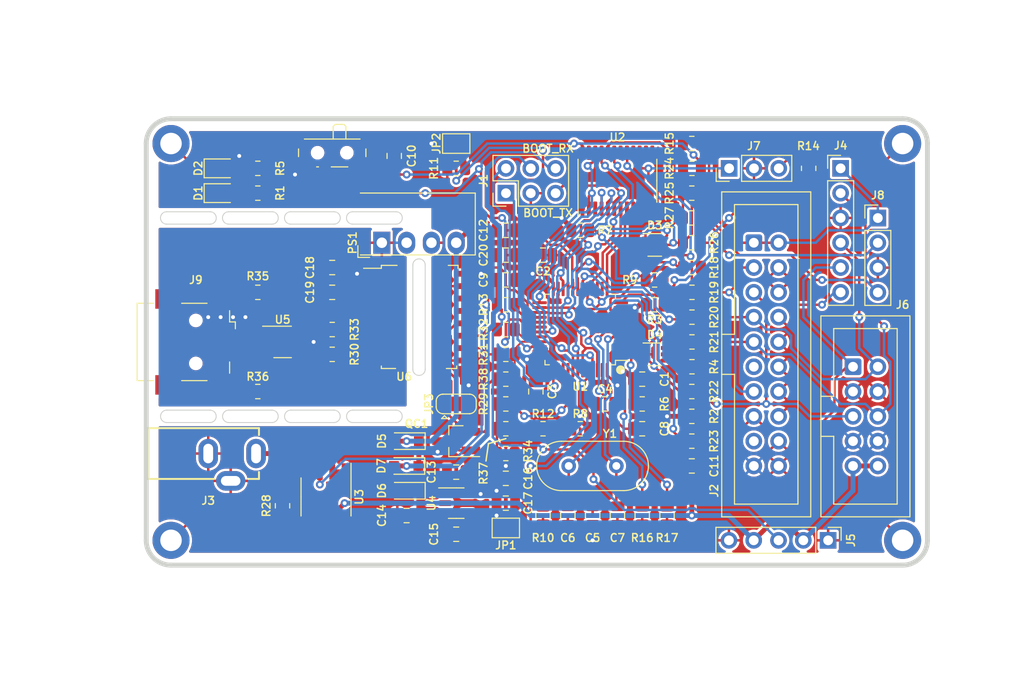
<source format=kicad_pcb>
(kicad_pcb (version 20211014) (generator pcbnew)
  (layers (0 "F.Cu" signal) (31 "B.Cu" signal) (34 "B.Paste" user) (35 "F.Paste" user) (36 "B.SilkS" user "B.Silkscreen") (37 "F.SilkS" user "F.Silkscreen") (38 "B.Mask" user) (39 "F.Mask" user) (44 "Edge.Cuts" user))
  (net 0 "")
  (net 1 "OSCOUT")
  (net 2 "GND")
  (net 3 "OSCIN")
  (net 4 "~{RST}")
  (net 5 "+3V3")
  (net 6 "MCO")
  (net 7 "V_BUF")
  (net 8 "USB5V")
  (net 9 "TGT_5V")
  (net 10 "GND1")
  (net 11 "PRG_5V")
  (net 12 "Net-(C13-Pad1)")
  (net 13 "T_JRST_")
  (net 14 "T_JTMS_")
  (net 15 "T_JTCK_")
  (net 16 "AIN1")
  (net 18 "T_JTDI_")
  (net 19 "T_NRST_")
  (net 20 "DBG_TX")
  (net 21 "DBG_RX")
  (net 23 "T_JRST")
  (net 24 "T_JTDO")
  (net 25 "T_JTMS")
  (net 26 "T_JTCK")
  (net 27 "T_JTDI")
  (net 28 "T_NRST")
  (net 29 "EXTERN_5V")
  (net 31 "STM_JTMS")
  (net 32 "STM_JTCK")
  (net 33 "V_TGT")
  (net 34 "Net-(C15-Pad1)")
  (net 35 "Net-(C19-Pad1)")
  (net 36 "Net-(JP3-Pad1)")
  (net 37 "PWR_EXT")
  (net 38 "Net-(D1-Pad2)")
  (net 39 "Net-(R28-Pad1)")
  (net 43 "BOOT0")
  (net 44 "BOOT1")
  (net 45 "Net-(R30-Pad2)")
  (net 47 "PC13")
  (net 48 "PC14")
  (net 49 "SWMA")
  (net 50 "DBG_TXB")
  (net 51 "Net-(D2-Pad1)")
  (net 52 "DD+")
  (net 53 "DD-")
  (net 54 "/D-")
  (net 55 "Net-(R33-Pad1)")
  (net 56 "~{USB_RENUM}")
  (net 57 "LED")
  (net 58 "T_SWDIO_IN")
  (net 59 "/D+")
  (net 60 "T_SWO")
  (net 65 "/USB_POWER")
  (net 66 "Net-(J7-Pad3)")
  (net 67 "Net-(J8-Pad2)")
  (net 68 "Net-(J8-Pad4)")
  (net 70 "Net-(JP3-Pad2)")
  (net 71 "Net-(J9-Pad6)")
  (net 72 "Net-(J9-Pad4)")
  (net 73 "Net-(QC1-Pad2)")
  (net 74 "Net-(R13-Pad1)")
  (net 75 "SWIM_RST")
  (net 76 "SWIM_IN")
  (net 77 "SWIM_RST_IN")
  (net 78 "T_JTDO_SWO_")
  (net 79 "T_JTDO_SWO")
  (net 80 "Net-(R30-Pad1)")
  (net 81 "Net-(R31-Pad1)")
  (net 82 "Net-(R32-Pad1)")
  (net 83 "Net-(R33-Pad2)")
  (net 84 "~{PWR_EN}")
  (footprint "Resistor_SMD:R_0805_2012Metric" (layer "F.Cu") (at 81.28 58.42)
    (fp_text reference "R23")
    (fp_text value "22" hide)
  )
  (footprint "Package_QFP:LQFP-48_7x7mm_P0.5mm" (layer "F.Cu") (at 69.85 46.99 180)
    (fp_text reference "U1")
    (fp_text value "STM32F103CBTx" hide)
  )
  (footprint "Resistor_SMD:R_0805_2012Metric" (layer "F.Cu") (at 62.23 52.07)
    (fp_text reference "R38")
    (fp_text value "1.5k" hide)
  )
  (footprint "MountingHole:MountingHole_2.2mm_M2_ISO14580_Pad" (layer "F.Cu") (at 102.87 27.94)
    (fp_text reference "H2" hide)
    (fp_text value "MH" hide)
  )
  (footprint "Diode_SMD:D_SOD-323_HandSoldering" (layer "F.Cu") (at 52.07 58.42 180)
    (fp_text reference "D5")
    (fp_text value "BAT60JFILM" hide)
  )
  (footprint "Package_SO:TSSOP-24_4.4x7.8mm_P0.65mm" (layer "F.Cu") (at 73.66 31.75 90)
    (fp_text reference "U2")
    (fp_text value "74LVCC3245" hide)
  )
  (footprint "Resistor_SMD:R_0805_2012Metric" (layer "F.Cu") (at 81.295 40.64)
    (fp_text reference "R18")
    (fp_text value "22" hide)
  )
  (footprint "Resistor_SMD:R_0805_2012Metric" (layer "F.Cu") (at 62.23 44.45 180)
    (fp_text reference "R13")
    (fp_text value "100" hide)
  )
  (footprint "MountingHole:MountingHole_2.2mm_M2_ISO14580_Pad" (layer "F.Cu") (at 102.87 68.58)
    (fp_text reference "H3" hide)
    (fp_text value "MH" hide)
  )
  (footprint "Resistor_SMD:R_0805_2012Metric" (layer "F.Cu") (at 57.15 30.48 180)
    (fp_text reference "R11")
    (fp_text value "100k" hide)
  )
  (footprint "Resistor_SMD:R_0805_2012Metric" (layer "F.Cu") (at 81.295 50.8)
    (fp_text reference "R4")
    (fp_text value "10k" hide)
  )
  (footprint "Resistor_SMD:R_0805_2012Metric" (layer "F.Cu") (at 76.2 54.61)
    (fp_text reference "R6")
    (fp_text value "100k" hide)
  )
  (footprint "Package_TO_SOT_SMD:SOT-23-6_Handsoldering" (layer "F.Cu") (at 39.37 48.26)
    (fp_text reference "U5")
    (fp_text value "USBLC6-2" hide)
  )
  (footprint "Resistor_SMD:R_0805_2012Metric" (layer "F.Cu") (at 93.245 30.48 90)
    (fp_text reference "R14")
    (fp_text value "22" hide)
  )
  (footprint "Capacitor_SMD:C_0805_2012Metric" (layer "F.Cu") (at 62.23 62.23)
    (fp_text reference "C16")
    (fp_text value "1uF" hide)
  )
  (footprint "Connector_PinHeader_2.54mm:PinHeader_1x03_P2.54mm_Vertical" (layer "F.Cu") (at 85.105 30.48 90)
    (fp_text reference "J7")
    (fp_text value "DBG_UART" hide)
  )
  (footprint "Capacitor_SMD:C_0805_2012Metric" (layer "F.Cu") (at 50.8 29.21 90)
    (fp_text reference "C10")
    (fp_text value "100nF" hide)
  )
  (footprint "Capacitor_SMD:C_0805_2012Metric" (layer "F.Cu") (at 81.28 60.96)
    (fp_text reference "C11")
    (fp_text value "100nF" hide)
  )
  (footprint "Resistor_SMD:R_0805_2012Metric" (layer "F.Cu") (at 81.28 38.1)
    (fp_text reference "R26")
    (fp_text value "47" hide)
  )
  (footprint "Resistor_SMD:R_0805_2012Metric" (layer "F.Cu") (at 62.23 59.69 180)
    (fp_text reference "R34")
    (fp_text value "10k" hide)
  )
  (footprint "Resistor_SMD:R_0805_2012Metric" (layer "F.Cu") (at 77.47 41.91)
    (fp_text reference "R9")
    (fp_text value "4.7k" hide)
  )
  (footprint "Resistor_SMD:R_0805_2012Metric" (layer "F.Cu") (at 81.28 27.94 180)
    (fp_text reference "R15")
    (fp_text value "10" hide)
  )
  (footprint "MountingHole:MountingHole_2.2mm_M2_ISO14580_Pad" (layer "F.Cu") (at 27.94 68.58)
    (fp_text reference "H4" hide)
    (fp_text value "MH" hide)
  )
  (footprint "Capacitor_SMD:C_0805_2012Metric" (layer "F.Cu") (at 52.07 66.04 180)
    (fp_text reference "C14")
    (fp_text value "100nF" hide)
  )
  (footprint "Capacitor_SMD:C_0805_2012Metric" (layer "F.Cu") (at 62.23 39.37)
    (fp_text reference "C20")
    (fp_text value "100nF" hide)
  )
  (footprint "Connector_IDC:IDC-Header_2x05_P2.54mm_Vertical" (layer "F.Cu") (at 97.79 50.8)
    (fp_text reference "J6")
    (fp_text value "CLONE" hide)
  )
  (footprint "Resistor_SMD:R_0805_2012Metric" (layer "F.Cu") (at 69.85 36.83)
    (fp_text reference "R7")
    (fp_text value "4.7k" hide)
  )
  (footprint "Resistor_SMD:R_0805_2012Metric" (layer "F.Cu") (at 36.83 30.48 180)
    (fp_text reference "R5")
    (fp_text value "1.5k" hide)
  )
  (footprint "Package_TO_SOT_SMD:SOT-363_SC-70-6" (layer "F.Cu") (at 77.485 38.32)
    (fp_text reference "D3")
    (fp_text value "SMF05C" hide)
  )
  (footprint "Resistor_SMD:R_0805_2012Metric" (layer "F.Cu") (at 81.295 43.18)
    (fp_text reference "R19")
    (fp_text value "22" hide)
  )
  (footprint "Capacitor_SMD:C_0805_2012Metric" (layer "F.Cu") (at 66.04 39.37)
    (fp_text reference "C2")
    (fp_text value "100nF" hide)
  )
  (footprint "Capacitor_SMD:C_0805_2012Metric" (layer "F.Cu") (at 44.45 43.18 180)
    (fp_text reference "C19")
    (fp_text value "100nF" hide)
  )
  (footprint "Capacitor_SMD:C_0805_2012Metric" (layer "F.Cu") (at 57.15 67.955 180)
    (fp_text reference "C15")
    (fp_text value "10nF" hide)
  )
  (footprint "Capacitor_SMD:C_0805_2012Metric" (layer "F.Cu") (at 65.305 53.34 -90)
    (fp_text reference "C3")
    (fp_text value "100nF" hide)
  )
  (footprint "custom:3.5mm power" (layer "F.Cu") (at 31.75 59.69)
    (fp_text reference "J3")
    (fp_text value "POWER" hide)
  )
  (footprint "Resistor_SMD:R_0805_2012Metric" (layer "F.Cu") (at 76.2 66.04 -90)
    (fp_text reference "R16")
    (fp_text value "10k" hide)
  )
  (footprint "Resistor_SMD:R_0805_2012Metric" (layer "F.Cu") (at 69.85 57.15 180)
    (fp_text reference "R8")
    (fp_text value "4.7k" hide)
  )
  (footprint "Connector_PinHeader_2.54mm:PinHeader_1x04_P2.54mm_Vertical" (layer "F.Cu") (at 100.33 35.57)
    (fp_text reference "J8")
    (fp_text value "STM8" hide)
  )
  (footprint "Resistor_SMD:R_0805_2012Metric" (layer "F.Cu") (at 81.295 30.48)
    (fp_text reference "R24")
    (fp_text value "680" hide)
  )
  (footprint "Button_Switch_SMD:SW_SPDT_PCM12" (layer "F.Cu") (at 44.45 29.21 180)
    (fp_text reference "SW1" hide)
    (fp_text value "EXRERNAL POWER" hide)
  )
  (footprint "Capacitor_SMD:C_0805_2012Metric" (layer "F.Cu") (at 76.2 57.15)
    (fp_text reference "C8")
    (fp_text value "100nF" hide)
  )
  (footprint "Resistor_SMD:R_0805_2012Metric" (layer "F.Cu") (at 77.485 44.45)
    (fp_text reference "R3")
    (fp_text value "10k" hide)
  )
  (footprint "Diode_SMD:D_0805_2012Metric" (layer "F.Cu") (at 33.02 30.48)
    (fp_text reference "D2")
    (fp_text value "GREEN" hide)
  )
  (footprint "Connector_PinHeader_2.54mm:PinHeader_1x05_P2.54mm_Vertical" (layer "F.Cu") (at 95.24 68.58 -90)
    (fp_text reference "J5")
    (fp_text value "POWER")
  )
  (footprint "Resistor_SMD:R_0805_2012Metric" (layer "F.Cu") (at 44.45 49.53 180)
    (fp_text reference "R30")
    (fp_text value "22" hide)
  )
  (footprint "Resistor_SMD:R_0805_2012Metric" (layer "F.Cu") (at 39.36 65.04 90)
    (fp_text reference "R28")
    (fp_text value "2.7k" hide)
  )
  (footprint "Capacitor_SMD:C_0805_2012Metric" (layer "F.Cu") (at 71.12 66.04 90)
    (fp_text reference "C5")
    (fp_text value "100nF" hide)
  )
  (footprint "Capacitor_SMD:C_0805_2012Metric" (layer "F.Cu") (at 68.58 66.04 -90)
    (fp_text reference "C6")
    (fp_text value "20pF" hide)
  )
  (footprint "Package_TO_SOT_SMD:SOT-23_Handsoldering" (layer "F.Cu") (at 57.15 58.42 180)
    (fp_text reference "QC1")
    (fp_text value "S9013" hide)
  )
  (footprint "Resistor_SMD:R_0805_2012Metric" (layer "F.Cu") (at 62.23 54.61 180)
    (fp_text reference "R29")
    (fp_text value "100" hide)
  )
  (footprint "Crystal:Crystal_HC49-4H_Vertical" (layer "F.Cu") (at 68.67 60.96)
    (fp_text reference "Y1")
    (fp_text value "8MHz" hide)
  )
  (footprint "Capacitor_SMD:C_0805_2012Metric" (layer "F.Cu") (at 44.45 40.64 180)
    (fp_text reference "C18")
    (fp_text value "100nF" hide)
  )
  (footprint "Resistor_SMD:R_0805_2012Metric" (layer "F.Cu") (at 81.295 48.26)
    (fp_text reference "R21")
    (fp_text value "22" hide)
  )
  (footprint "Connector_PinHeader_2.54mm:PinHeader_2x03_P2.54mm_Vertical" (layer "F.Cu") (at 62.245 33.025 90)
    (fp_text reference "J1")
    (fp_text value "STLSWD" hide)
  )
  (footprint "Resistor_SMD:R_0805_2012Metric" (layer "F.Cu") (at 36.83 53.34)
    (fp_text reference "R36")
    (fp_text value "100k" hide)
  )
  (footprint "Capacitor_SMD:C_0805_2012Metric" (layer "F.Cu") (at 57.15 61.595)
    (fp_text reference "C13")
    (fp_text value "1uF" hide)
  )
  (footprint "Resistor_SMD:R_0805_2012Metric" (layer "F.Cu") (at 66.04 57.15 180)
    (fp_text reference "R12")
    (fp_text value "4.7k" hide)
  )
  (footprint "Resistor_SMD:R_0805_2012Metric" (layer "F.Cu") (at 62.23 46.99)
    (fp_text reference "R32")
    (fp_text value "22" hide)
  )
  (footprint "Resistor_SMD:R_0805_2012Metric" (layer "F.Cu") (at 36.83 33.02 180)
    (fp_text reference "R1")
    (fp_text value "1.5k" hide)
  )
  (footprint "Resistor_SMD:R_0805_2012Metric" (layer "F.Cu") (at 62.23 49.53)
    (fp_text reference "R31")
    (fp_text value "22" hide)
  )
  (footprint "Resistor_SMD:R_0805_2012Metric" (layer "F.Cu") (at 81.28 33.02)
    (fp_text reference "R25")
    (fp_text value "680" hide)
  )
  (footprint "Resistor_SMD:R_0805_2012Metric" (layer "F.Cu") (at 66.04 66.04 -90)
    (fp_text reference "R10")
    (fp_text value "100k" hide)
  )
  (footprint "Diode_SMD:D_0805_2012Metric" (layer "F.Cu") (at 33.02 33.02)
    (fp_text reference "D1")
    (fp_text value "RED" hide)
  )
  (footprint "Diode_SMD:D_SOD-323_HandSoldering" (layer "F.Cu") (at 52.07 63.5 180)
    (fp_text reference "D6")
    (fp_text value "BAT60JFILM" hide)
  )
  (footprint "Package_SO:SO-8_3.9x4.9mm_P1.27mm" (layer "F.Cu") (at 43.815 64.135 -90)
    (fp_text reference "U3")
    (fp_text value "ST890CDR" hide)
  )
  (footprint "Resistor_SMD:R_0805_2012Metric" (layer "F.Cu") (at 44.45 46.99 180)
    (fp_text reference "R33")
    (fp_text value "22" hide)
  )
  (footprint "Connector_IDC:IDC-Header_2x10_P2.54mm_Vertical" (layer "F.Cu") (at 87.63 38.1)
    (fp_text reference "J2")
    (fp_text value "JTAG" hide)
  )
  (footprint "Capacitor_SMD:C_0805_2012Metric" (layer "F.Cu") (at 76.2 52.07)
    (fp_text reference "C1")
    (fp_text value "100nF" hide)
  )
  (footprint "Connector_PinHeader_2.54mm:PinHeader_1x06_P2.54mm_Vertical" (layer "F.Cu") (at 96.52 30.48)
    (fp_text reference "J4")
    (fp_text value "SWD" hide)
  )
  (footprint "Capacitor_SMD:C_0805_2012Metric" (layer "F.Cu") (at 62.23 64.77)
    (fp_text reference "C17")
    (fp_text value "100nF" hide)
  )
  (footprint "Jumper:SolderJumper-3_P1.3mm_Open_RoundedPad1.0x1.5mm" (layer "F.Cu") (at 57.15 54.61)
    (fp_text reference "JP3")
    (fp_text value "USB CONTROL" hide)
  )
  (footprint "Capacitor_SMD:C_0805_2012Metric" (layer "F.Cu") (at 72.39 54.61 180)
    (fp_text reference "C4")
    (fp_text value "100nF" hide)
  )
  (footprint "Resistor_SMD:R_0805_2012Metric" (layer "F.Cu") (at 81.28 55.88)
    (fp_text reference "R2")
    (fp_text value "10k" hide)
  )
  (footprint "Resistor_SMD:R_0805_2012Metric" (layer "F.Cu") (at 36.83 43.18)
    (fp_text reference "R35")
    (fp_text value "1" hide)
  )
  (footprint "Resistor_SMD:R_0805_2012Metric" (layer "F.Cu") (at 81.28 53.34)
    (fp_text reference "R22")
    (fp_text value "22" hide)
  )
  (footprint "Jumper:SolderJumper-2_P1.3mm_Open_TrianglePad1.0x1.5mm" (layer "F.Cu") (at 62.23 67.31)
    (fp_text reference "JP1")
    (fp_text value "BOOT0" hide)
  )
  (footprint "Jumper:SolderJumper-2_P1.3mm_Open_TrianglePad1.0x1.5mm" (layer "F.Cu") (at 57.15 27.94)
    (fp_text reference "JP2")
    (fp_text value "BOOT1" hide)
  )
  (footprint "Resistor_SMD:R_0805_2012Metric" (layer "F.Cu") (at 62.23 57.15)
    (fp_text reference "R37")
    (fp_text value "36k" hide)
  )
  (footprint "Connector_USB:USB_Mini-B_Wuerth_65100516121_Horizontal" (layer "F.Cu") (at 30.48 48.26 -90)
    (fp_text reference "J9")
    (fp_text value "USB_B_Mini" hide)
  )
  (footprint "Package_TO_SOT_SMD:SOT-363_SC-70-6" (layer "F.Cu") (at 77.485 49.53)
    (fp_text reference "D4")
    (fp_text value "SMF05C" hide)
  )
  (footprint "Resistor_SMD:R_0805_2012Metric" (layer "F.Cu") (at 81.295 45.72)
    (fp_text reference "R20")
    (fp_text value "22" hide)
  )
  (footprint "Package_TO_SOT_SMD:SOT-23-5" (layer "F.Cu") (at 57.15 64.77)
    (fp_text reference "U4")
    (fp_text value "LD3985M33R" hide)
  )
  (footprint "MountingHole:MountingHole_2.2mm_M2_ISO14580_Pad" (layer "F.Cu") (at 27.94 27.94)
    (fp_text reference "H1" hide)
    (fp_text value "MH" hide)
  )
  (footprint "Diode_SMD:D_SOD-323_HandSoldering" (layer "F.Cu") (at 52.02 60.96 180)
    (fp_text reference "D7")
    (fp_text value "BAT60JFILM" hide)
  )
  (footprint "Resistor_SMD:R_0805_2012Metric" (layer "F.Cu") (at 81.28 35.56)
    (fp_text reference "R27")
    (fp_text value "47" hide)
  )
  (footprint "Package_SO:SOIC-16W_7.5x10.3mm_P1.27mm" (layer "F.Cu") (at 53.34 45.72)
    (fp_text reference "U6")
    (fp_text value "ADUM3160" hide)
  )
  (footprint "Capacitor_SMD:C_0805_2012Metric" (layer "F.Cu") (at 62.23 41.91)
    (fp_text reference "C9")
    (fp_text value "20nF" hide)
  )
  (footprint "Capacitor_SMD:C_0805_2012Metric" (layer "F.Cu") (at 62.23 36.83 180)
    (fp_text reference "C12")
    (fp_text value "100nF" hide)
  )
  (footprint "Resistor_SMD:R_0805_2012Metric" (layer "F.Cu") (at 78.74 66.04 -90)
    (fp_text reference "R17")
    (fp_text value "10k" hide)
  )
  (footprint "Capacitor_SMD:C_0805_2012Metric" (layer "F.Cu") (at 73.66 66.04 -90)
    (fp_text reference "C7")
    (fp_text value "20pF" hide)
  )
  (footprint "Converter_DCDC:Converter_DCDC_Murata_MEE1SxxxxSC_THT" (layer "F.Cu") (at 49.53 38.1 90)
    (fp_text reference "PS1")
    (fp_text value "MEE1S0505SC" hide)
  )
  (gr_line (start 62.23 58.166) (end 60.452 58.674) (layer "F.SilkS") (width 0.15))
  (gr_line (start 60.452 58.674) (end 60.198 60.452) (layer "F.SilkS") (width 0.15))
  (gr_circle locked (center 73.9775 51.1175) (end 74.3585 51.1175) (layer "F.SilkS") (width 0.15) (fill solid))
  (gr_line locked (start 46.5455 34.925) (end 50.9905 34.925) (layer "Edge.Cuts") (width 0.1))
  (gr_line locked (start 33.8455 55.245) (end 38.2905 55.245) (layer "Edge.Cuts") (width 0.1))
  (gr_line locked (start 44.6405 36.195) (end 40.1955 36.195) (layer "Edge.Cuts") (width 0.1))
  (gr_line locked (start 31.9405 56.515) (end 27.4955 56.515) (layer "Edge.Cuts") (width 0.1))
  (gr_line locked (start 50.9905 56.515) (end 46.5455 56.515) (layer "Edge.Cuts") (width 0.1))
  (gr_line (start 102.87 25.4) (end 27.94 25.4) (layer "Edge.Cuts") (width 0.5))
  (gr_line locked (start 27.4955 55.245) (end 31.9405 55.245) (layer "Edge.Cuts") (width 0.1))
  (gr_arc locked (start 52.705 40.386) (mid 53.34 39.751) (end 53.975 40.386) (layer "Edge.Cuts") (width 0.1))
  (gr_line locked (start 40.1955 55.245) (end 44.6405 55.245) (layer "Edge.Cuts") (width 0.1))
  (gr_arc locked (start 27.4955 56.515) (mid 26.8605 55.88) (end 27.4955 55.245) (layer "Edge.Cuts") (width 0.1))
  (gr_arc (start 25.4 27.94) (mid 26.143949 26.143949) (end 27.94 25.4) (layer "Edge.Cuts") (width 0.5))
  (gr_line locked (start 46.5455 55.245) (end 50.9905 55.245) (layer "Edge.Cuts") (width 0.1))
  (gr_arc locked (start 53.975 51.054) (mid 53.34 51.689) (end 52.705 51.054) (layer "Edge.Cuts") (width 0.1))
  (gr_arc locked (start 31.9405 55.245) (mid 32.5755 55.88) (end 31.9405 56.515) (layer "Edge.Cuts") (width 0.1))
  (gr_line locked (start 52.705 51.054) (end 52.705 40.386) (layer "Edge.Cuts") (width 0.1))
  (gr_arc locked (start 38.2905 55.245) (mid 38.9255 55.88) (end 38.2905 56.515) (layer "Edge.Cuts") (width 0.1))
  (gr_arc (start 102.87 25.4) (mid 104.666051 26.143949) (end 105.41 27.94) (layer "Edge.Cuts") (width 0.5))
  (gr_line locked (start 27.4955 34.925) (end 31.9405 34.925) (layer "Edge.Cuts") (width 0.1))
  (gr_arc (start 105.41 68.58) (mid 104.666051 70.376051) (end 102.87 71.12) (layer "Edge.Cuts") (width 0.5))
  (gr_arc locked (start 40.1955 36.195) (mid 39.5605 35.56) (end 40.1955 34.925) (layer "Edge.Cuts") (width 0.1))
  (gr_line (start 105.41 68.58) (end 105.41 27.94) (layer "Edge.Cuts") (width 0.5))
  (gr_arc locked (start 46.5455 36.195) (mid 45.9105 35.56) (end 46.5455 34.925) (layer "Edge.Cuts") (width 0.1))
  (gr_arc locked (start 40.1955 56.515) (mid 39.5605 55.88) (end 40.1955 55.245) (layer "Edge.Cuts") (width 0.1))
  (gr_arc locked (start 38.2905 34.925) (mid 38.9255 35.56) (end 38.2905 36.195) (layer "Edge.Cuts") (width 0.1))
  (gr_line locked (start 53.975 40.386) (end 53.975 51.054) (layer "Edge.Cuts") (width 0.1))
  (gr_arc locked (start 44.6405 55.245) (mid 45.2755 55.88) (end 44.6405 56.515) (layer "Edge.Cuts") (width 0.1))
  (gr_line locked (start 31.9405 36.195) (end 27.4955 36.195) (layer "Edge.Cuts") (width 0.1))
  (gr_arc locked (start 44.6405 34.925) (mid 45.2755 35.56) (end 44.6405 36.195) (layer "Edge.Cuts") (width 0.1))
  (gr_arc locked (start 46.5455 56.515) (mid 45.9105 55.88) (end 46.5455 55.245) (layer "Edge.Cuts") (width 0.1))
  (gr_line locked (start 50.9905 36.195) (end 46.5455 36.195) (layer "Edge.Cuts") (width 0.1))
  (gr_line locked (start 33.8455 34.925) (end 38.2905 34.925) (layer "Edge.Cuts") (width 0.1))
  (gr_line (start 25.4 27.94) (end 25.4 68.58) (layer "Edge.Cuts") (width 0.5))
  (gr_line (start 27.94 71.12) (end 102.87 71.12) (layer "Edge.Cuts") (width 0.5))
  (gr_arc locked (start 31.9405 34.925) (mid 32.5755 35.56) (end 31.9405 36.195) (layer "Edge.Cuts") (width 0.1))
  (gr_arc locked (start 33.8455 36.195) (mid 33.2105 35.56) (end 33.8455 34.925) (layer "Edge.Cuts") (width 0.1))
  (gr_line locked (start 38.2905 56.515) (end 33.8455 56.515) (layer "Edge.Cuts") (width 0.1))
  (gr_line locked (start 40.1955 34.925) (end 44.6405 34.925) (layer "Edge.Cuts") (width 0.1))
  (gr_line locked (start 38.2905 36.195) (end 33.8455 36.195) (layer "Edge.Cuts") (width 0.1))
  (gr_arc locked (start 50.9905 34.925) (mid 51.6255 35.56) (end 50.9905 36.195) (layer "Edge.Cuts") (width 0.1))
  (gr_arc (start 27.94 71.12) (mid 26.143949 70.376051) (end 25.4 68.58) (layer "Edge.Cuts") (width 0.5))
  (gr_line locked (start 44.6405 56.515) (end 40.1955 56.515) (layer "Edge.Cuts") (width 0.1))
  (gr_arc locked (start 33.8455 56.515) (mid 33.2105 55.88) (end 33.8455 55.245) (layer "Edge.Cuts") (width 0.1))
  (gr_arc locked (start 27.4955 36.195) (mid 26.8605 35.56) (end 27.4955 34.925) (layer "Edge.Cuts") (width 0.1))
  (gr_arc locked (start 50.9905 55.245) (mid 51.6255 55.88) (end 50.9905 56.515) (layer "Edge.Cuts") (width 0.1))
  (gr_text "BOOT_TX" (at 66.548 35.052) (layer "F.SilkS") (effects (font (size 0.8 0.8))))
  (gr_text "BOOT_RX" (at 66.548 28.448) (layer "F.SilkS") (effects (font (size 0.8 0.8))))
  (segment (start 68.67 65) (end 68.58 65.09) (width 0.25) (layer "F.Cu") (net 1))
  (segment (start 68.67 60.96) (end 68.67 65) (width 0.25) (layer "F.Cu") (net 1))
  (segment (start 72.39 47.24) (end 74.0125 47.24) (width 0.25) (layer "F.Cu") (net 1))
  (segment (start 71.665 47.965) (end 72.39 47.24) (width 0.25) (layer "F.Cu") (net 1))
  (via (at 71.665 47.965) (size 0.8) (drill 0.4) (layers "F.Cu" "B.Cu") (net 1))
  (segment (start 71.665 47.965) (end 71.665 48.511857) (width 0.25) (layer "B.Cu") (net 1))
  (segment (start 72.2105 49.057357) (end 72.2105 52.704031) (width 0.25) (layer "B.Cu") (net 1))
  (segment (start 71.665 48.511857) (end 72.2105 49.057357) (width 0.25) (layer "B.Cu") (net 1))
  (segment (start 72.4855 53.579641) (end 72.060805 54.004336) (width 0.25) (layer "B.Cu") (net 1))
  (segment (start 71.94 54.125141) (end 72.4855 53.579641) (width 0.25) (layer "B.Cu") (net 1))
  (segment (start 71.94 57.69) (end 71.94 54.125141) (width 0.25) (layer "B.Cu") (net 1))
  (segment (start 72.2105 52.704031) (end 72.4855 52.979031) (width 0.25) (layer "B.Cu") (net 1))
  (segment (start 72.4855 52.979031) (end 72.4855 53.579641) (width 0.25) (layer "B.Cu") (net 1))
  (segment (start 68.67 60.96) (end 71.94 57.69) (width 0.25) (layer "B.Cu") (net 1))
  (segment (start 73.55 64.98) (end 73.66 65.09) (width 0.25) (layer "F.Cu") (net 3))
  (segment (start 73.209315 47.74) (end 74.0125 47.74) (width 0.25) (layer "F.Cu") (net 3))
  (segment (start 73.55 60.96) (end 73.55 64.98) (width 0.25) (layer "F.Cu") (net 3))
  (segment (start 72.682799 47.971799) (end 72.977516 47.971799) (width 0.25) (layer "F.Cu") (net 3))
  (segment (start 72.977516 47.971799) (end 73.209315 47.74) (width 0.25) (layer "F.Cu") (net 3))
  (via (at 72.682799 47.971799) (size 0.8) (drill 0.4) (layers "F.Cu" "B.Cu") (net 3))
  (segment (start 72.39 54.311537) (end 72.39 59.8) (width 0.25) (layer "B.Cu") (net 3))
  (segment (start 72.682799 47.971799) (end 72.6605 47.994098) (width 0.25) (layer "B.Cu") (net 3))
  (segment (start 72.9355 52.792635) (end 72.9355 53.766037) (width 0.25) (layer "B.Cu") (net 3))
  (segment (start 72.6605 47.994098) (end 72.6605 52.517635) (width 0.25) (layer "B.Cu") (net 3))
  (segment (start 72.6605 52.517635) (end 72.9355 52.792635) (width 0.25) (layer "B.Cu") (net 3))
  (segment (start 72.39 59.8) (end 73.55 60.96) (width 0.25) (layer "B.Cu") (net 3))
  (segment (start 72.9355 53.766037) (end 72.39 54.311537) (width 0.25) (layer "B.Cu") (net 3))
  (segment (start 72.39 53.848173) (end 72.39 55.198173) (width 0.25) (layer "F.Cu") (net 4))
  (segment (start 73.159315 46.79) (end 73.184315 46.765) (width 0.25) (layer "F.Cu") (net 4))
  (segment (start 71.7605 53.279336) (end 71.821163 53.279336) (width 0.25) (layer "F.Cu") (net 4))
  (segment (start 71.753604 47.24) (end 72.203604 46.79) (width 0.25) (layer "F.Cu") (net 4))
  (segment (start 72.39 55.198173) (end 74.341827 57.15) (width 0.25) (layer "F.Cu") (net 4))
  (segment (start 74.341827 57.15) (end 75.25 57.15) (width 0.25) (layer "F.Cu") (net 4))
  (segment (start 71.821163 53.279336) (end 72.39 53.848173) (width 0.25) (layer "F.Cu") (net 4))
  (segment (start 70.686746 47.917949) (end 71.364695 47.24) (width 0.25) (layer "F.Cu") (net 4))
  (segment (start 72.203604 46.79) (end 73.159315 46.79) (width 0.25) (layer "F.Cu") (net 4))
  (segment (start 73.9875 46.765) (end 74.0125 46.74) (width 0.25) (layer "F.Cu") (net 4))
  (segment (start 70.686746 48.169998) (end 70.686746 47.917949) (width 0.25) (layer "F.Cu") (net 4))
  (segment (start 77.1125 55.2875) (end 75.25 57.15) (width 0.25) (layer "F.Cu") (net 4))
  (segment (start 73.184315 46.765) (end 73.9875 46.765) (width 0.25) (layer "F.Cu") (net 4))
  (segment (start 71.364695 47.24) (end 71.753604 47.24) (width 0.25) (layer "F.Cu") (net 4))
  (segment (start 77.1125 54.61) (end 77.1125 55.2875) (width 0.25) (layer "F.Cu") (net 4))
  (via (at 70.686746 48.169998) (size 0.8) (drill 0.4) (layers "F.Cu" "B.Cu") (net 4))
  (via (at 71.7605 53.279336) (size 0.8) (drill 0.4) (layers "F.Cu" "B.Cu") (net 4))
  (segment (start 70.686746 48.169998) (end 71.7605 49.243753) (width 0.25) (layer "B.Cu") (net 4))
  (segment (start 71.7605 49.243753) (end 71.7605 53.279336) (width 0.25) (layer "B.Cu") (net 4))
  (segment (start 66.675 41.91) (end 67.1 42.335) (width 0.25) (layer "F.Cu") (net 5))
  (segment (start 62.23 60.96) (end 61.595 60.96) (width 0.5) (layer "F.Cu") (net 5))
  (segment (start 66.04 41.275) (end 66.675 41.91) (width 0.5) (layer "F.Cu") (net 5))
  (segment (start 74.0125 45.74) (end 74.422 45.74) (width 0.25) (layer "F.Cu") (net 5))
  (segment (start 72.6 51.645) (end 72.6 51.1525) (width 0.25) (layer "F.Cu") (net 5))
  (segment (start 57.99 41.275) (end 59.69 41.275) (width 0.5) (layer "F.Cu") (net 5))
  (segment (start 61.28 66.355) (end 61.28 67.085) (width 0.5) (layer "F.Cu") (net 5))
  (segment (start 64.9705 41.275) (end 66.04 41.275) (width 0.5) (layer "F.Cu") (net 5))
  (segment (start 60.660433 63.835433) (end 61.28 64.455) (width 0.5) (layer "F.Cu") (net 5))
  (segment (start 74.840685 45.715) (end 75.075 45.480685) (width 0.25) (layer "F.Cu") (net 5))
  (segment (start 57.99 43.815) (end 59.055 43.815) (width 0.5) (layer "F.Cu") (net 5))
  (segment (start 74.2055 51.298252) (end 74.0125 51.105252) (width 0.25) (layer "F.Cu") (net 5))
  (segment (start 64.389 50.038) (end 64.389 51.474) (width 0.25) (layer "F.Cu") (net 5))
  (segment (start 73.66 52.705) (end 73.66 54.29) (width 0.5) (layer "F.Cu") (net 5))
  (segment (start 40.64 31.115) (end 41.725 31.115) (width 0.5) (layer "F.Cu") (net 5))
  (segment (start 55.245 59.5105) (end 55.65 59.1055) (width 0.5) (layer "F.Cu") (net 5))
  (segment (start 74.422 45.74) (end 74.447 45.715) (width 0.25) (layer "F.Cu") (net 5))
  (segment (start 60.325 39.37) (end 60.96 39.37) (width 0.5) (layer "F.Cu") (net 5))
  (segment (start 63.1425 60.6825) (end 63.1425 59.69) (width 0.5) (layer "F.Cu") (net 5))
  (segment (start 78.74 55.88) (end 80.3675 55.88) (width 0.5) (layer "F.Cu") (net 5))
  (segment (start 59.69 43.18) (end 59.69 41.275) (width 0.5) (layer "F.Cu") (net 5))
  (segment (start 59.69 40.005) (end 60.325 39.37) (width 0.5) (layer "F.Cu") (net 5))
  (segment (start 74.478252 51.298252) (end 75.25 52.07) (width 0.5) (layer "F.Cu") (net 5))
  (segment (start 68.9375 36.5525) (end 68.9375 36.83) (width 0.5) (layer "F.Cu") (net 5))
  (segment (start 73.66 52.705) (end 72.6 51.645) (width 0.25) (layer "F.Cu") (net 5))
  (segment (start 61.28 64.77) (end 61.28 66.355) (width 0.5) (layer "F.Cu") (net 5))
  (segment (start 56.425 27.94) (end 54.61 27.94) (width 0.5) (layer "F.Cu") (net 5))
  (segment (start 67.945 35.56) (end 68.9375 36.5525) (width 0.5) (layer "F.Cu") (net 5))
  (segment (start 74.0125 51.105252) (end 74.0125 49.74) (width 0.25) (layer "F.Cu") (net 5))
  (segment (start 67.1 42.335) (end 67.1 42.8275) (width 0.25) (layer "F.Cu") (net 5))
  (segment (start 75.946 44.45) (end 76.5725 44.45) (width 0.5) (layer "F.Cu") (net 5))
  (segment (start 62.865 60.96) (end 63.1425 60.6825) (width 0.5) (layer "F.Cu") (net 5))
  (segment (start 75.434106 44.7465) (end 75.6495 44.7465) (width 0.5) (layer "F.Cu") (net 5))
  (segment (start 62.23 60.96) (end 62.865 60.96) (width 0.5) (layer "F.Cu") (net 5))
  (segment (start 75.25 54.5725) (end 75.2875 54.61) (width 0.5) (layer "F.Cu") (net 5))
  (segment (start 75.25 52.07) (end 75.25 54.5725) (width 0.5) (layer "F.Cu") (net 5))
  (segment (start 75.6495 44.7465) (end 75.946 44.45) (width 0.5) (layer "F.Cu") (net 5))
  (segment (start 59.650753 63.835433) (end 59.63532 63.82) (width 0.5) (layer "F.Cu") (net 5))
  (segment (start 59.69 41.275) (end 59.69 40.005) (width 0.5) (layer "F.Cu") (net 5))
  (segment (start 33.9575 30.48) (end 33.9575 30.1775) (width 0.5) (layer "F.Cu") (net 5))
  (segment (start 74.2055 51.298252) (end 74.478252 51.298252) (width 0.5) (layer "F.Cu") (net 5))
  (segment (start 57.99 45.085) (end 57.99 43.815) (width 0.5) (layer "F.Cu") (net 5))
  (segment (start 61.28 64.455) (end 61.28 64.77) (width 0.5) (layer "F.Cu") (net 5))
  (segment (start 64.389 50.038) (end 64.687 49.74) (width 0.25) (layer "F.Cu") (net 5))
  (segment (start 67.945 35.56) (end 68.8925 34.6125) (width 0.5) (layer "F.Cu") (net 5))
  (segment (start 58.42 54.58) (end 58.45 54.61) (width 0.5) (layer "F.Cu") (net 5))
  (segment (start 60.96 39.37) (end 61.28 39.37) (width 0.25) (layer "F.Cu") (net 5))
  (segment (start 64.389 51.474) (end 65.305 52.39) (width 0.25) (layer "F.Cu") (net 5))
  (segment (start 61.28 63.815) (end 61.28 64.77) (width 0.5) (layer "F.Cu") (net 5))
  (segment (start 75.075 44.94) (end 75.2685 44.7465) (width 0.25) (layer "F.Cu") (net 5))
  (segment (start 73.66 54.29) (end 73.34 54.61) (width 0.5) (layer "F.Cu") (net 5))
  (segment (start 65.09 41.1555) (end 64.9705 41.275) (width 0.5) (layer "F.Cu") (net 5))
  (segment (start 69.85 56.2375) (end 70.7625 57.15) (width 0.5) (layer "F.Cu") (net 5))
  (segment (start 41.725 31.115) (end 42.2 30.64) (width 0.5) (layer "F.Cu") (net 5))
  (segment (start 59.650753 63.835433) (end 60.660433 63.835433) (width 0.5) (layer "F.Cu") (net 5))
  (segment (start 61.28 61.275) (end 61.28 62.23) (width 0.5) (layer "F.Cu") (net 5))
  (segment (start 75.075 45.480685) (end 75.075 44.94) (width 0.25) (layer "F.Cu") (net 5))
  (segment (start 69.85 55.8505) (end 69.85 56.2375) (width 0.5) (layer "F.Cu") (net 5))
  (segment (start 74.447 45.715) (end 74.840685 45.715) (width 0.25) (layer "F.Cu") (net 5))
  (segment (start 61.28 67.085) (end 61.505 67.31) (width 0.5) (layer "F.Cu") (net 5))
  (segment (start 75.2685 44.7465) (end 75.434106 44.7465) (width 0.25) (layer "F.Cu") (net 5))
  (segment (start 68.8925 34.6125) (end 70.085 34.6125) (width 0.5) (layer "F.Cu") (net 5))
  (segment (start 65.09 39.37) (end 65.09 41.1555) (width 0.5) (layer "F.Cu") (net 5))
  (segment (start 64.687 49.74) (end 65.6875 49.74) (width 0.25) (layer "F.Cu") (net 5))
  (segment (start 59.63532 63.82) (end 58.2875 63.82) (width 0.5) (layer "F.Cu") (net 5))
  (segment (start 33.9575 30.1775) (end 34.925 29.21) (width 0.5) (layer "F.Cu") (net 5))
  (segment (start 59.055 43.815) (end 59.69 43.18) (width 0.5) (layer "F.Cu") (net 5))
  (segment (start 61.28 62.23) (end 61.28 63.815) (width 0.5) (layer "F.Cu") (net 5))
  (segment (start 58.42 52.705) (end 58.42 54.58) (width 0.5) (layer "F.Cu") (net 5))
  (segment (start 61.595 60.96) (end 61.28 61.275) (width 0.5) (layer "F.Cu") (net 5))
  (segment (start 55.65 59.1055) (end 55.65 58.42) (width 0.5) (layer "F.Cu") (net 5))
  (segment (start 71.12 68.58) (end 71.12 66.99) (width 0.5) (layer "F.Cu") (net 5))
  (via (at 73.66 52.705) (size 0.8) (drill 0.4) (layers "F.Cu" "B.Cu") (net 5))
  (via (at 69.85 55.8505) (size 0.8) (drill 0.4) (layers "F.Cu" "B.Cu") (net 5))
  (via (at 55.245 59.5105) (size 0.8) (drill 0.4) (layers "F.Cu" "B.Cu") (net 5))
  (via (at 34.925 29.21) (size 0.8) (drill 0.4) (layers "F.Cu" "B.Cu") (net 5))
  (via (at 62.23 60.96) (size 0.8) (drill 0.4) (layers "F.Cu" "B.Cu") (net 5))
  (via (at 74.2055 51.298252) (size 0.8) (drill 0.4) (layers "F.Cu" "B.Cu") (net 5))
  (via (at 71.12 68.58) (size 0.8) (drill 0.4) (layers "F.Cu" "B.Cu") (net 5))
  (via (at 75.434106 44.7465) (size 0.8) (drill 0.4) (layers "F.Cu" "B.Cu") (net 5))
  (via (at 61.28 66.04) (size 0.8) (drill 0.4) (layers "F.Cu" "B.Cu") (net 5))
  (via (at 78.74 55.88) (size 0.8) (drill 0.4) (layers "F.Cu" "B.Cu") (net 5))
  (via (at 59.650753 63.835433) (size 0.8) (drill 0.4) (layers "F.Cu" "B.Cu") (net 5))
  (via (at 64.389 50.038) (size 0.8) (drill 0.4) (layers "F.Cu" "B.Cu") (net 5))
  (via (at 54.61 27.94) (size 0.8) (drill 0.4) (layers "F.Cu" "B.Cu") (net 5))
  (via (at 61.28 63.5) (size 0.8) (drill 0.4) (layers "F.Cu" "B.Cu") (net 5))
  (via (at 64.9705 41.275) (size 0.8) (drill 0.4) (layers "F.Cu" "B.Cu") (net 5))
  (via (at 59.69 41.275) (size 0.8) (drill 0.4) (layers "F.Cu" "B.Cu") (net 5))
  (via (at 58.42 52.705) (size 0.8) (drill 0.4) (layers "F.Cu" "B.Cu") (net 5))
  (via (at 67.945 35.56) (size 0.8) (drill 0.4) (layers "F.Cu" "B.Cu") (net 5))
  (via (at 40.64 31.115) (size 0.8) (drill 0.4) (layers "F.Cu" "B.Cu") (net 5))
  (segment (start 61.28 41.91) (end 61.28 44.4125) (width 0.25) (layer "F.Cu") (net 6))
  (segment (start 61.8095 45.6905) (end 61.8095 44.942) (width 0.25) (layer "F.Cu") (net 6))
  (segment (start 71.21 62.32) (end 71.21 61.05) (width 0.25) (layer "F.Cu") (net 6))
  (segment (start 69.435102 59.275102) (end 66.065299 59.275102) (width 0.25) (layer "F.Cu") (net 6))
  (segment (start 61.8095 44.942) (end 61.3175 44.45) (width 0.25) (layer "F.Cu") (net 6))
  (segment (start 61.28 44.4125) (end 61.3175 44.45) (width 0.25) (layer "F.Cu") (net 6))
  (segment (start 71.21 61.05) (end 69.435102 59.275102) (width 0.25) (layer "F.Cu") (net 6))
  (via (at 61.8095 45.6905) (size 0.8) (drill 0.4) (layers "F.Cu" "B.Cu") (net 6))
  (via (at 66.065299 59.275102) (size 0.8) (drill 0.4) (layers "F.Cu" "B.Cu") (net 6))
  (via (at 71.21 62.32) (size 0.8) (drill 0.4) (layers "F.Cu" "B.Cu") (net 6))
  (segment (start 66.065299 59.275102) (end 65.650398 58.860201) (width 0.25) (layer "B.Cu") (net 6))
  (segment (start 71.21 62.32) (end 74.355 65.465) (width 0.25) (layer "B.Cu") (net 6))
  (segment (start 60.9 58.023172) (end 60.9 47.391599) (width 0.25) (layer "B.Cu") (net 6))
  (segment (start 74.355 65.465) (end 80.829695 65.465) (width 0.25) (layer "B.Cu") (net 6))
  (segment (start 81.730305 65.465) (end 87.045 65.465) (width 0.25) (layer "B.Cu") (net 6))
  (segment (start 65.650398 58.860201) (end 61.737029 58.860201) (width 0.25) (layer "B.Cu") (net 6))
  (segment (start 60.9 47.391599) (end 61.8095 46.482099) (width 0.25) (layer "B.Cu") (net 6))
  (segment (start 81.580305 65.315) (end 81.730305 65.465) (width 0.25) (layer "B.Cu") (net 6))
  (segment (start 87.045 65.465) (end 90.16 68.58) (width 0.25) (layer "B.Cu") (net 6))
  (segment (start 80.979695 65.315) (end 81.580305 65.315) (width 0.25) (layer "B.Cu") (net 6))
  (segment (start 61.737029 58.860201) (end 60.9 58.023172) (width 0.25) (layer "B.Cu") (net 6))
  (segment (start 61.8095 46.482099) (end 61.8095 45.6905) (width 0.25) (layer "B.Cu") (net 6))
  (segment (start 80.829695 65.465) (end 80.979695 65.315) (width 0.25) (layer "B.Cu") (net 6))
  (segment (start 69.85 27.94) (end 70.085 28.175) (width 0.25) (layer "F.Cu") (net 7))
  (segment (start 82.2075 30.48) (end 82.2075 33.005) (width 0.25) (layer "F.Cu") (net 7))
  (segment (start 82.2075 29.847071) (end 82.2075 30.48) (width 0.25) (layer "F.Cu") (net 7))
  (segment (start 52.07 31.115) (end 51.435 31.115) (width 0.25) (layer "F.Cu") (net 7))
  (segment (start 44.81 31.75) (end 43.7 30.64) (width 0.25) (layer "F.Cu") (net 7))
  (segment (start 49.21 31.75) (end 44.81 31.75) (width 0.25) (layer "F.Cu") (net 7))
  (segment (start 69.215 27.94) (end 69.85 27.94) (width 0.25) (layer "F.Cu") (net 7))
  (segment (start 81.454141 29.093712) (end 80.3675 28.007071) (width 0.25) (layer "F.Cu") (net 7))
  (segment (start 51.435 31.115) (end 50.8 30.48) (width 0.25) (layer "F.Cu") (net 7))
  (segment (start 80.3675 28.007071) (end 80.3675 27.94) (width 0.25) (layer "F.Cu") (net 7))
  (segment (start 70.085 28.175) (end 70.085 28.8875) (width 0.25) (layer "F.Cu") (net 7))
  (segment (start 50.8 30.16) (end 49.21 31.75) (width 0.25) (layer "F.Cu") (net 7))
  (segment (start 50.8 30.48) (end 50.8 30.16) (width 0.25) (layer "F.Cu") (net 7))
  (segment (start 81.454141 29.093712) (end 82.2075 29.847071) (width 0.25) (layer "F.Cu") (net 7))
  (segment (start 82.2075 33.005) (end 82.1925 33.02) (width 0.25) (layer "F.Cu") (net 7))
  (via (at 52.07 31.115) (size 0.8) (drill 0.4) (layers "F.Cu" "B.Cu") (net 7))
  (via (at 69.215 27.94) (size 0.8) (drill 0.4) (layers "F.Cu" "B.Cu") (net 7))
  (via (at 81.454141 29.093712) (size 0.8) (drill 0.4) (layers "F.Cu" "B.Cu") (net 7))
  (segment (start 60.323604 27.94) (end 57.238604 31.025) (width 0.25) (layer "B.Cu") (net 7))
  (segment (start 56.759695 31.115) (end 52.07 31.115) (width 0.25) (layer "B.Cu") (net 7))
  (segment (start 69.215 27.94) (end 80.300429 27.94) (width 0.25) (layer "B.Cu") (net 7))
  (segment (start 69.215 27.94) (end 60.323604 27.94) (width 0.25) (layer "B.Cu") (net 7))
  (segment (start 80.300429 27.94) (end 81.454141 29.093712) (width 0.25) (layer "B.Cu") (net 7))
  (segment (start 56.849695 31.025) (end 56.759695 31.115) (width 0.25) (layer "B.Cu") (net 7))
  (segment (start 57.238604 31.025) (end 56.849695 31.025) (width 0.25) (layer "B.Cu") (net 7))
  (segment (start 52.07 58.42) (end 50.82 58.42) (width 0.5) (layer "F.Cu") (net 8))
  (segment (start 61.28 36.83) (end 58.42 36.83) (width 0.5) (layer "F.Cu") (net 8))
  (segment (start 58.42 36.83) (end 57.15 38.1) (width 0.5) (layer "F.Cu") (net 8))
  (via (at 52.07 58.42) (size 0.8) (drill 0.4) (layers "F.Cu" "B.Cu") (net 8))
  (segment (start 52.07 58.42) (end 54.61 58.42) (width 0.5) (layer "B.Cu") (net 8))
  (segment (start 54.61 58.42) (end 57.15 55.88) (width 0.5) (layer "B.Cu") (net 8))
  (segment (start 57.15 55.88) (end 57.15 38.1) (width 0.5) (layer "B.Cu") (net 8))
  (segment (start 87.62 68.58) (end 89.525 66.675) (width 0.5) (layer "F.Cu") (net 9))
  (segment (start 43.18 66.71) (end 44.45 66.71) (width 0.5) (layer "F.Cu") (net 9))
  (segment (start 90.795 66.675) (end 92.7 68.58) (width 0.5) (layer "F.Cu") (net 9))
  (segment (start 44.45 66.04) (end 45.72 64.77) (width 0.5) (layer "F.Cu") (net 9))
  (segment (start 81.28 66.04) (end 81.28 64.77) (width 0.5) (layer "F.Cu") (net 9))
  (segment (start 80.33 63.82) (end 80.33 60.96) (width 0.5) (layer "F.Cu") (net 9))
  (segment (start 100.33 60.96) (end 97.79 60.96) (width 0.5) (layer "F.Cu") (net 9))
  (segment (start 44.45 66.71) (end 44.45 66.04) (width 0.5) (layer "F.Cu") (net 9))
  (segment (start 89.525 66.675) (end 90.795 66.675) (width 0.5) (layer "F.Cu") (net 9))
  (segment (start 81.28 64.77) (end 80.33 63.82) (width 0.5) (layer "F.Cu") (net 9))
  (via (at 45.72 64.77) (size 0.8) (drill 0.4) (layers "F.Cu" "B.Cu") (net 9))
  (via (at 81.28 66.04) (size 0.8) (drill 0.4) (layers "F.Cu" "B.Cu") (net 9))
  (segment (start 97.79 60.96) (end 97.79 63.5) (width 0.5) (layer "B.Cu") (net 9))
  (segment (start 64.77 66.04) (end 63.5 64.77) (width 0.5) (layer "B.Cu") (net 9))
  (segment (start 97.79 63.5) (end 97.78 63.5) (width 0.5) (layer "B.Cu") (net 9))
  (segment (start 81.28 66.04) (end 85.08 66.04) (width 0.5) (layer "B.Cu") (net 9))
  (segment (start 97.78 63.5) (end 92.7 68.58) (width 0.5) (layer "B.Cu") (net 9))
  (segment (start 85.08 66.04) (end 87.62 68.58) (width 0.5) (layer "B.Cu") (net 9))
  (segment (start 63.5 64.77) (end 45.72 64.77) (width 0.5) (layer "B.Cu") (net 9))
  (segment (start 81.28 66.04) (end 64.77 66.04) (width 0.5) (layer "B.Cu") (net 9))
  (segment (start 50.77 60.96) (end 52.07 60.96) (width 0.5) (layer "F.Cu") (net 11))
  (via (at 52.07 60.96) (size 0.8) (drill 0.4) (layers "F.Cu" "B.Cu") (net 11))
  (segment (start 60.831828 34.775) (end 60.325 34.268172) (width 0.5) (layer "B.Cu") (net 11))
  (segment (start 60.325 30.48) (end 60.96 29.845) (width 0.5) (layer "B.Cu") (net 11))
  (segment (start 60.325 47.153427) (end 60.9595 46.518927) (width 0.5) (layer "B.Cu") (net 11))
  (segment (start 57.15 60.96) (end 60.325 57.785) (width 0.5) (layer "B.Cu") (net 11))
  (segment (start 60.9595 46.518927) (end 60.9595 45.338418) (width 0.5) (layer "B.Cu") (net 11))
  (segment (start 64.785 30.485) (end 63.59 29.29) (width 0.25) (layer "B.Cu") (net 11))
  (segment (start 60.325 34.268172) (end 60.325 30.48) (width 0.5) (layer "B.Cu") (net 11))
  (segment (start 61.595 44.702918) (end 61.595 36.517379) (width 0.5) (layer "B.Cu") (net 11))
  (segment (start 60.325 57.785) (end 60.325 47.153427) (width 0.5) (layer "B.Cu") (net 11))
  (segment (start 61.595 36.517379) (end 60.831828 35.754207) (width 0.5) (layer "B.Cu") (net 11))
  (segment (start 63.59 29.29) (end 61.515 29.29) (width 0.25) (layer "B.Cu") (net 11))
  (segment (start 60.9595 45.338418) (end 61.595 44.702918) (width 0.5) (layer "B.Cu") (net 11))
  (segment (start 60.831828 35.754207) (end 60.831828 34.775) (width 0.5) (layer "B.Cu") (net 11))
  (segment (start 52.07 60.96) (end 57.15 60.96) (width 0.5) (layer "B.Cu") (net 11))
  (segment (start 61.515 29.29) (end 60.96 29.845) (width 0.25) (layer "B.Cu") (net 11))
  (segment (start 53.32 63.5) (end 53.32 65.74) (width 0.5) (layer "F.Cu") (net 12))
  (segment (start 53.34 64.77) (end 53.975 64.135) (width 0.5) (layer "F.Cu") (net 12))
  (segment (start 55.451472 65.72) (end 55.136472 65.405) (width 0.5) (layer "F.Cu") (net 12))
  (segment (start 53.975 65.405) (end 53.34 64.77) (width 0.5) (layer "F.Cu") (net 12))
  (segment (start 55.451472 63.82) (end 56.0125 63.82) (width 0.5) (layer "F.Cu") (net 12))
  (segment (start 55.136472 64.135) (end 55.451472 63.82) (width 0.5) (layer "F.Cu") (net 12))
  (segment (start 53.975 64.135) (end 55.136472 64.135) (width 0.5) (layer "F.Cu") (net 12))
  (segment (start 56.0125 61.7825) (end 56.2 61.595) (width 0.5) (layer "F.Cu") (net 12))
  (segment (start 55.136472 65.405) (end 53.975 65.405) (width 0.5) (layer "F.Cu") (net 12))
  (segment (start 53.32 65.74) (end 53.02 66.04) (width 0.5) (layer "F.Cu") (net 12))
  (segment (start 56.0125 63.82) (end 56.0125 61.7825) (width 0.5) (layer "F.Cu") (net 12))
  (segment (start 53.32 63.5) (end 53.32 58.42) (width 0.5) (layer "F.Cu") (net 12))
  (segment (start 56.0125 65.72) (end 55.451472 65.72) (width 0.5) (layer "F.Cu") (net 12))
  (segment (start 82.2075 40.64) (end 87.63 40.64) (width 0.25) (layer "F.Cu") (net 13))
  (segment (start 80.9375 44.45) (end 82.2075 45.72) (width 0.25) (layer "F.Cu") (net 14))
  (segment (start 82.2075 45.72) (end 83.82 45.72) (width 0.25) (layer "F.Cu") (net 14))
  (segment (start 98.425 45.72) (end 98.425 40.005) (width 0.25) (layer "F.Cu") (net 14))
  (segment (start 83.82 45.72) (end 87.63 45.72) (width 0.25) (layer "F.Cu") (net 14))
  (segment (start 78.3975 44.45) (end 80.9375 44.45) (width 0.25) (layer "F.Cu") (net 14))
  (segment (start 98.425 40.005) (end 96.52 38.1) (width 0.25) (layer "F.Cu") (net 14))
  (via (at 98.425 45.72) (size 0.8) (drill 0.4) (layers "F.Cu" "B.Cu") (net 14))
  (segment (start 99.06 52.07) (end 100.33 50.8) (width 0.25) (layer "B.Cu") (net 14))
  (segment (start 94.615 52.07) (end 99.06 52.07) (width 0.25) (layer "B.Cu") (net 14))
  (segment (start 90.805 46.99) (end 91.44 47.625) (width 0.25) (layer "B.Cu") (net 14))
  (segment (start 88.9 46.99) (end 90.805 46.99) (width 0.25) (layer "B.Cu") (net 14))
  (segment (start 98.425 48.895) (end 98.425 45.72) (width 0.25) (layer "B.Cu") (net 14))
  (segment (start 100.33 50.8) (end 98.425 48.895) (width 0.25) (layer "B.Cu") (net 14))
  (segment (start 87.63 45.72) (end 88.9 46.99) (width 0.25) (layer "B.Cu") (net 14))
  (segment (start 91.44 47.625) (end 91.44 48.895) (width 0.25) (layer "B.Cu") (net 14))
  (segment (start 91.44 48.895) (end 94.615 52.07) (width 0.25) (layer "B.Cu") (net 14))
  (segment (start 82.2075 48.26) (end 87.63 48.26) (width 0.25) (layer "F.Cu") (net 15))
  (segment (start 82.2075 48.26) (end 82.2075 50.8) (width 0.25) (layer "F.Cu") (net 15))
  (segment (start 99.06 35.56) (end 99.06 44.738255) (width 0.25) (layer "F.Cu") (net 15))
  (segment (start 99.06 44.738255) (end 100.969103 46.647358) (width 0.25) (layer "F.Cu") (net 15))
  (segment (start 96.52 33.02) (end 99.06 35.56) (width 0.25) (layer "F.Cu") (net 15))
  (via (at 100.969103 46.647358) (size 0.8) (drill 0.4) (layers "F.Cu" "B.Cu") (net 15))
  (segment (start 100.965 49.65165) (end 101.6 50.28665) (width 0.25) (layer "B.Cu") (net 15))
  (segment (start 101.6 50.28665) (end 101.6 54.61) (width 0.25) (layer "B.Cu") (net 15))
  (segment (start 100.969103 46.647358) (end 100.965 46.651461) (width 0.25) (layer "B.Cu") (net 15))
  (segment (start 87.63 48.26) (end 88.899999 49.53) (width 0.25) (layer "B.Cu") (net 15))
  (segment (start 100.965 46.651461) (end 100.965 49.65165) (width 0.25) (layer "B.Cu") (net 15))
  (segment (start 99.06 54.61) (end 100.33 55.88) (width 0.25) (layer "B.Cu") (net 15))
  (segment (start 88.899999 49.53) (end 91.438604 49.53) (width 0.25) (layer "B.Cu") (net 15))
  (segment (start 101.6 54.61) (end 100.33 55.88) (width 0.25) (layer "B.Cu") (net 15))
  (segment (start 91.438604 49.53) (end 96.518604 54.61) (width 0.25) (layer "B.Cu") (net 15))
  (segment (start 96.518604 54.61) (end 99.06 54.61) (width 0.25) (layer "B.Cu") (net 15))
  (segment (start 71.375739 36.83) (end 70.7625 36.83) (width 0.25) (layer "F.Cu") (net 16))
  (segment (start 73.926104 43.69) (end 73.15 43.69) (width 0.25) (layer "F.Cu") (net 16))
  (segment (start 76.1445 41.497) (end 76.5575 41.91) (width 0.25) (layer "F.Cu") (net 16))
  (segment (start 73.15 43.69) (end 72.95 43.89) (width 0.25) (layer "F.Cu") (net 16))
  (segment (start 75.565 41.497) (end 75.565 42.051104) (width 0.25) (layer "F.Cu") (net 16))
  (segment (start 72.95 44.980685) (end 73.209315 45.24) (width 0.25) (layer "F.Cu") (net 16))
  (segment (start 75.565 42.051104) (end 73.926104 43.69) (width 0.25) (layer "F.Cu") (net 16))
  (segment (start 75.565 41.497) (end 76.1445 41.497) (width 0.25) (layer "F.Cu") (net 16))
  (segment (start 73.209315 45.24) (end 74.0125 45.24) (width 0.25) (layer "F.Cu") (net 16))
  (segment (start 72.95 43.89) (end 72.95 44.980685) (width 0.25) (layer "F.Cu") (net 16))
  (segment (start 72.08114 37.535401) (end 71.375739 36.83) (width 0.25) (layer "F.Cu") (net 16))
  (via (at 75.565 41.497) (size 0.8) (drill 0.4) (layers "F.Cu" "B.Cu") (net 16))
  (via (at 72.08114 37.535401) (size 0.8) (drill 0.4) (layers "F.Cu" "B.Cu") (net 16))
  (segment (start 75.2905 41.7715) (end 73.522896 41.7715) (width 0.25) (layer "B.Cu") (net 16))
  (segment (start 73.522896 41.7715) (end 73.522896 38.977157) (width 0.25) (layer "B.Cu") (net 16))
  (segment (start 75.565 41.497) (end 75.2905 41.7715) (width 0.25) (layer "B.Cu") (net 16))
  (segment (start 73.522896 38.977157) (end 72.08114 37.535401) (width 0.25) (layer "B.Cu") (net 16))
  (segment (start 88.9 53.848) (end 88.9 44.45) (width 0.25) (layer "F.Cu") (net 18))
  (segment (start 88.9 44.45) (end 87.63 43.18) (width 0.25) (layer "F.Cu") (net 18))
  (segment (start 88.9 53.848) (end 88.9 54.61) (width 0.25) (layer "F.Cu") (net 18))
  (segment (start 82.1925 53.34) (end 82.1925 55.88) (width 0.25) (layer "F.Cu") (net 18))
  (segment (start 83.82 54.61) (end 83.4625 54.61) (width 0.25) (layer "F.Cu") (net 18))
  (segment (start 83.4625 54.61) (end 82.1925 53.34) (width 0.25) (layer "F.Cu") (net 18))
  (via (at 88.9 54.61) (size 0.8) (drill 0.4) (layers "F.Cu" "B.Cu") (net 18))
  (via (at 83.82 54.61) (size 0.8) (drill 0.4) (layers "F.Cu" "B.Cu") (net 18))
  (segment (start 92.075 54.61) (end 93.345 55.88) (width 0.25) (layer "B.Cu") (net 18))
  (segment (start 88.9 54.61) (end 92.075 54.61) (width 0.25) (layer "B.Cu") (net 18))
  (segment (start 88.9 54.61) (end 83.82 54.61) (width 0.25) (layer "B.Cu") (net 18))
  (segment (start 93.345 55.88) (end 97.79 55.88) (width 0.25) (layer "B.Cu") (net 18))
  (segment (start 85.09 58.42) (end 87.63 55.88) (width 0.25) (layer "F.Cu") (net 19))
  (segment (start 93.98 57.15) (end 95.885 55.245) (width 0.25) (layer "F.Cu") (net 19))
  (segment (start 87.63 55.88) (end 88.9 57.15) (width 0.25) (layer "F.Cu") (net 19))
  (segment (start 88.9 57.15) (end 93.98 57.15) (width 0.25) (layer "F.Cu") (net 19))
  (segment (start 95.885 55.245) (end 95.885 52.07) (width 0.25) (layer "F.Cu") (net 19))
  (segment (start 82.1925 58.42) (end 85.09 58.42) (width 0.25) (layer "F.Cu") (net 19))
  (segment (start 95.885 52.07) (end 97.155 50.8) (width 0.25) (layer "F.Cu") (net 19))
  (segment (start 97.155 50.8) (end 97.79 50.8) (width 0.25) (layer "F.Cu") (net 19))
  (segment (start 93.98 40.64) (end 96.52 40.64) (width 0.25) (layer "B.Cu") (net 19))
  (segment (start 92.71 41.91) (end 93.98 40.64) (width 0.25) (layer "B.Cu") (net 19))
  (segment (start 97.79 50.8) (end 92.71 45.72) (width 0.25) (layer "B.Cu") (net 19))
  (segment (start 92.71 45.72) (end 92.71 41.91) (width 0.25) (layer "B.Cu") (net 19))
  (segment (start 77.76 32.675) (end 77.76 35.8575) (width 0.25) (layer "F.Cu") (net 20))
  (segment (start 76.835 30.48) (end 76.835 31.75) (width 0.25) (layer "F.Cu") (net 20))
  (segment (start 76.835 31.75) (end 77.76 32.675) (width 0.25) (layer "F.Cu") (net 20))
  (segment (start 76.188959 30.48) (end 75.285 29.576041) (width 0.25) (layer "F.Cu") (net 20))
  (segment (start 76.535 37.0825) (end 76.535 37.67) (width 0.25) (layer "F.Cu") (net 20))
  (segment (start 75.285 29.576041) (end 75.285 28.8875) (width 0.25) (layer "F.Cu") (net 20))
  (segment (start 76.835 30.48) (end 76.188959 30.48) (width 0.25) (layer "F.Cu") (net 20))
  (segment (start 77.76 35.8575) (end 76.535 37.0825) (width 0.25) (layer "F.Cu") (net 20))
  (via (at 76.835 30.48) (size 0.8) (drill 0.4) (layers "F.Cu" "B.Cu") (net 20))
  (segment (start 76.835 30.48) (end 85.105 30.48) (width 0.25) (layer "B.Cu") (net 20))
  (segment (start 77.86 43.425) (end 74.8275 43.425) (width 0.25) (layer "F.Cu") (net 21))
  (segment (start 85.09 35.56) (end 85.725 34.925) (width 0.25) (layer "F.Cu") (net 21))
  (segment (start 79.4945 42.4255) (end 78.495 43.425) (width 0.25) (layer "F.Cu") (net 21))
  (segment (start 79.4945 41.91) (end 79.4945 42.4255) (width 0.25) (layer "F.Cu") (net 21))
  (segment (start 89.7125 34.925) (end 93.245 31.3925) (width 0.25) (layer "F.Cu") (net 21))
  (segment (start 77.47 45.086396) (end 77.47 43.815) (width 0.25) (layer "F.Cu") (net 21))
  (segment (start 74.8275 43.425) (end 74.0125 44.24) (width 0.25) (layer "F.Cu") (net 21))
  (segment (start 77.47 43.815) (end 77.86 43.425) (width 0.25) (layer "F.Cu") (net 21))
  (segment (start 78.925 46.930305) (end 78.925 48.39) (width 0.25) (layer "F.Cu") (net 21))
  (segment (start 85.725 34.925) (end 89.7125 34.925) (width 0.25) (layer "F.Cu") (net 21))
  (segment (start 78.015 46.020305) (end 78.925 46.930305) (width 0.25) (layer "F.Cu") (net 21))
  (segment (start 78.015 45.631396) (end 78.015 46.020305) (width 0.25) (layer "F.Cu") (net 21))
  (segment (start 77.47 45.086396) (end 78.015 45.631396) (width 0.25) (layer "F.Cu") (net 21))
  (segment (start 78.925 48.39) (end 78.435 48.88) (width 0.25) (layer "F.Cu") (net 21))
  (segment (start 78.495 43.425) (end 77.86 43.425) (width 0.25) (layer "F.Cu") (net 21))
  (via (at 85.09 35.56) (size 0.8) (drill 0.4) (layers "F.Cu" "B.Cu") (net 21))
  (via (at 79.4945 41.91) (size 0.8) (drill 0.4) (layers "F.Cu" "B.Cu") (net 21))
  (segment (start 80.645 41.91) (end 83.095 39.46) (width 0.25) (layer "B.Cu") (net 21))
  (segment (start 83.095 39.46) (end 83.095 37.555) (width 0.25) (layer "B.Cu") (net 21))
  (segment (start 79.4945 41.91) (end 80.645 41.91) (width 0.25) (layer "B.Cu") (net 21))
  (segment (start 83.095 37.555) (end 85.09 35.56) (width 0.25) (layer "B.Cu") (net 21))
  (segment (start 79.375 40.0945) (end 79.9205 40.64) (width 0.25) (layer "F.Cu") (net 23))
  (segment (start 69.482774 41.634297) (end 69.6 41.751523) (width 0.25) (layer "F.Cu") (net 23))
  (segment (start 69.6 41.751523) (end 69.6 42.8275) (width 0.25) (layer "F.Cu") (net 23))
  (segment (start 79.9205 40.64) (end 80.3825 40.64) (width 0.25) (layer "F.Cu") (net 23))
  (segment (start 70.441588 40.048412) (end 69.482774 41.007226) (width 0.25) (layer "F.Cu") (net 23))
  (segment (start 77.6595 40.0945) (end 76.535 38.97) (width 0.25) (layer "F.Cu") (net 23))
  (segment (start 70.723699 40.048412) (end 70.441588 40.048412) (width 0.25) (layer "F.Cu") (net 23))
  (segment (start 69.482774 41.007226) (end 69.482774 41.634297) (width 0.25) (layer "F.Cu") (net 23))
  (segment (start 79.375 40.0945) (end 77.6595 40.0945) (width 0.25) (layer "F.Cu") (net 23))
  (via (at 70.723699 40.048412) (size 0.8) (drill 0.4) (layers "F.Cu" "B.Cu") (net 23))
  (via (at 79.375 40.0945) (size 0.8) (drill 0.4) (layers "F.Cu" "B.Cu") (net 23))
  (segment (start 78.6505 40.0945) (end 76.5235 42.2215) (width 0.25) (layer "B.Cu") (net 23))
  (segment (start 73.3365 42.2215) (end 71.163412 40.048412) (width 0.25) (layer "B.Cu") (net 23))
  (segment (start 79.375 40.0945) (end 78.6505 40.0945) (width 0.25) (layer "B.Cu") (net 23))
  (segment (start 76.5235 42.2215) (end 73.3365 42.2215) (width 0.25) (layer "B.Cu") (net 23))
  (segment (start 71.163412 40.048412) (end 70.723699 40.048412) (width 0.25) (layer "B.Cu") (net 23))
  (segment (start 71.1 42.024315) (end 72.15 40.974315) (width 0.25) (layer "F.Cu") (net 24))
  (segment (start 72.15 39.128242) (end 73.985 37.293242) (width 0.25) (layer "F.Cu") (net 24))
  (segment (start 72.15 40.974315) (end 72.15 39.128242) (width 0.25) (layer "F.Cu") (net 24))
  (segment (start 71.1 42.8275) (end 71.1 42.024315) (width 0.25) (layer "F.Cu") (net 24))
  (segment (start 73.985 37.293242) (end 73.985 34.6125) (width 0.25) (layer "F.Cu") (net 24))
  (segment (start 80.159216 45.943284) (end 80.3825 45.72) (width 0.25) (layer "F.Cu") (net 25))
  (segment (start 79.375 49.128604) (end 79.375 46.7275) (width 0.25) (layer "F.Cu") (net 25))
  (segment (start 78.435 49.53) (end 78.973604 49.53) (width 0.25) (layer "F.Cu") (net 25))
  (segment (start 79.375 46.7275) (end 80.3825 45.72) (width 0.25) (layer "F.Cu") (net 25))
  (segment (start 68.51854 45.308097) (end 66.62536 45.308097) (width 0.25) (layer "F.Cu") (net 25))
  (segment (start 73.25564 37.386206) (end 73.25564 35.963545) (width 0.25) (layer "F.Cu") (net 25))
  (segment (start 68.684723 45.47428) (end 68.51854 45.308097) (width 0.25) (layer "F.Cu") (net 25))
  (segment (start 78.973604 49.53) (end 79.375 49.128604) (width 0.25) (layer "F.Cu") (net 25))
  (segment (start 66.557263 45.24) (end 65.6875 45.24) (width 0.25) (layer "F.Cu") (net 25))
  (segment (start 73.335 29.875) (end 73.335 28.8875) (width 0.25) (layer "F.Cu") (net 25))
  (segment (start 71.659561 38.441644) (end 71.840804 38.260401) (width 0.25) (layer "F.Cu") (net 25))
  (segment (start 78.962577 45.943284) (end 80.159216 45.943284) (width 0.25) (layer "F.Cu") (net 25))
  (segment (start 66.62536 45.308097) (end 66.557263 45.24) (width 0.25) (layer "F.Cu") (net 25))
  (segment (start 72.381445 38.260401) (end 73.25564 37.386206) (width 0.25) (layer "F.Cu") (net 25))
  (segment (start 71.840804 38.260401) (end 72.381445 38.260401) (width 0.25) (layer "F.Cu") (net 25))
  (segment (start 73.66 30.2) (end 73.335 29.875) (width 0.25) (layer "F.Cu") (net 25))
  (via (at 73.66 30.2) (size 0.8) (drill 0.4) (layers "F.Cu" "B.Cu") (net 25))
  (via (at 71.659561 38.441644) (size 0.8) (drill 0.4) (layers "F.Cu" "B.Cu") (net 25))
  (via (at 78.962577 45.943284) (size 0.8) (drill 0.4) (layers "F.Cu" "B.Cu") (net 25))
  (via (at 68.684723 45.47428) (size 0.8) (drill 0.4) (layers "F.Cu" "B.Cu") (net 25))
  (via (at 73.25564 35.963545) (size 0.8) (drill 0.4) (layers "F.Cu" "B.Cu") (net 25))
  (segment (start 78.962577 45.943284) (end 78.80058 45.943284) (width 0.25) (layer "B.Cu") (net 25))
  (segment (start 69.983412 39.634563) (end 69.983412 40.773412) (width 0.25) (layer "B.Cu") (net 25))
  (segment (start 68.684723 44.951411) (end 69.311049 44.325085) (width 0.25) (layer "B.Cu") (net 25))
  (segment (start 77.55 43.890812) (end 76.330688 42.6715) (width 0.25) (layer "B.Cu") (net 25))
  (segment (start 71.309179 39.038237) (end 70.579738 39.038237) (width 0.25) (layer "B.Cu") (net 25))
  (segment (start 71.659561 38.687855) (end 71.309179 39.038237) (width 0.25) (layer "B.Cu") (net 25))
  (segment (start 73.25564 35.721061) (end 75.216375 33.760326) (width 0.25) (layer "B.Cu") (net 25))
  (segment (start 72.925695 42.6715) (end 71.336729 41.082534) (width 0.25) (layer "B.Cu") (net 25))
  (segment (start 73.66 30.588909) (end 73.66 30.2) (width 0.25) (layer "B.Cu") (net 25))
  (segment (start 68.684723 45.47428) (end 68.684723 44.951411) (width 0.25) (layer "B.Cu") (net 25))
  (segment (start 75.216375 32.145284) (end 73.66 30.588909) (width 0.25) (layer "B.Cu") (net 25))
  (segment (start 69.311049 44.325085) (end 69.311049 43.724475) (width 0.25) (layer "B.Cu") (net 25))
  (segment (start 69.311049 43.724475) (end 69.03 43.443426) (width 0.25) (layer "B.Cu") (net 25))
  (segment (start 76.330688 42.6715) (end 72.925695 42.6715) (width 0.25) (layer "B.Cu") (net 25))
  (segment (start 71.659561 38.441644) (end 71.659561 38.687855) (width 0.25) (layer "B.Cu") (net 25))
  (segment (start 73.25564 35.963545) (end 73.25564 35.721061) (width 0.25) (layer "B.Cu") (net 25))
  (segment (start 69.482774 42.598431) (end 69.482774 41.27405) (width 0.25) (layer "B.Cu") (net 25))
  (segment (start 69.03 43.443426) (end 69.03 43.051205) (width 0.25) (layer "B.Cu") (net 25))
  (segment (start 69.482774 41.27405) (end 69.983412 40.773412) (width 0.25) (layer "B.Cu") (net 25))
  (segment (start 70.618412 40.773412) (end 69.983412 40.773412) (width 0.25) (layer "B.Cu") (net 25))
  (segment (start 77.55 44.692704) (end 77.55 43.890812) (width 0.25) (layer "B.Cu") (net 25))
  (segment (start 70.579738 39.038237) (end 69.983412 39.634563) (width 0.25) (layer "B.Cu") (net 25))
  (segment (start 70.927534 41.082534) (end 70.618412 40.773412) (width 0.25) (layer "B.Cu") (net 25))
  (segment (start 69.03 43.051205) (end 69.482774 42.598431) (width 0.25) (layer "B.Cu") (net 25))
  (segment (start 71.336729 41.082534) (end 70.927534 41.082534) (width 0.25) (layer "B.Cu") (net 25))
  (segment (start 78.80058 45.943284) (end 77.55 44.692704) (width 0.25) (layer "B.Cu") (net 25))
  (segment (start 75.216375 33.760326) (end 75.216375 32.145284) (width 0.25) (layer "B.Cu") (net 25))
  (segment (start 69.277261 44.893261) (end 69.13378 44.74978) (width 0.25) (layer "F.Cu") (net 26))
  (segment (start 65.69728 44.74978) (end 65.6875 44.74) (width 0.25) (layer "F.Cu") (net 26))
  (segment (start 77.785 50.055) (end 77.91 50.18) (width 0.25) (layer "F.Cu") (net 26))
  (segment (start 69.13378 44.74978) (end 65.69728 44.74978) (width 0.25) (layer "F.Cu") (net 26))
  (segment (start 80.3825 48.7575) (end 80.3825 48.26) (width 0.25) (layer "F.Cu") (net 26))
  (segment (start 71.6 43.630685) (end 71.6 42.8275) (width 0.25) (layer "F.Cu") (net 26))
  (segment (start 78.435 50.18) (end 78.96 50.18) (width 0.25) (layer "F.Cu") (net 26))
  (segment (start 72.054909 44.1645) (end 72.054909 44.085594) (width 0.25) (layer "F.Cu") (net 26))
  (segment (start 78.475 47.665707) (end 78.174 47.966707) (width 0.25) (layer "F.Cu") (net 26))
  (segment (start 77.565 46.206701) (end 78.475 47.116702) (width 0.25) (layer "F.Cu") (net 26))
  (segment (start 77.91 50.18) (end 78.435 50.18) (width 0.25) (layer "F.Cu") (net 26))
  (segment (start 71.326148 44.893261) (end 69.277261 44.893261) (width 0.25) (layer "F.Cu") (net 26))
  (segment (start 77.402296 46.206701) (end 77.565 46.206701) (width 0.25) (layer "F.Cu") (net 26))
  (segment (start 72.054909 44.1645) (end 71.326148 44.893261) (width 0.25) (layer "F.Cu") (net 26))
  (segment (start 72.054909 44.085594) (end 71.6 43.630685) (width 0.25) (layer "F.Cu") (net 26))
  (segment (start 78.174 47.966707) (end 78.174 48.012097) (width 0.25) (layer "F.Cu") (net 26))
  (segment (start 78.96 50.18) (end 80.3825 48.7575) (width 0.25) (layer "F.Cu") (net 26))
  (segment (start 78.475 47.116702) (end 78.475 47.665707) (width 0.25) (layer "F.Cu") (net 26))
  (segment (start 78.174 48.012097) (end 77.785 48.401097) (width 0.25) (layer "F.Cu") (net 26))
  (segment (start 77.785 48.401097) (end 77.785 50.055) (width 0.25) (layer "F.Cu") (net 26))
  (segment (start 76.9995 45.803905) (end 77.402296 46.206701) (width 0.25) (layer "F.Cu") (net 26))
  (via (at 72.054909 44.1645) (size 0.8) (drill 0.4) (layers "F.Cu" "B.Cu") (net 26))
  (via (at 76.9995 45.803905) (size 0.8) (drill 0.4) (layers "F.Cu" "B.Cu") (net 26))
  (segment (start 72.647909 43.5715) (end 75.957896 43.5715) (width 0.25) (layer "B.Cu") (net 26))
  (segment (start 76.65 45.454405) (end 76.9995 45.803905) (width 0.25) (layer "B.Cu") (net 26))
  (segment (start 75.957896 43.5715) (end 76.65 44.263604) (width 0.25) (layer "B.Cu") (net 26))
  (segment (start 72.054909 44.1645) (end 72.647909 43.5715) (width 0.25) (layer "B.Cu") (net 26))
  (segment (start 76.65 44.263604) (end 76.65 45.454405) (width 0.25) (layer "B.Cu") (net 26))
  (segment (start 77.418495 50.737359) (end 80.021136 53.34) (width 0.25) (layer "F.Cu") (net 27))
  (segment (start 80.021136 53.34) (end 80.3675 53.34) (width 0.25) (layer "F.Cu") (net 27))
  (segment (start 76.886213 50.18) (end 76.535 50.18) (width 0.25) (layer "F.Cu") (net 27))
  (segment (start 77.418495 50.712282) (end 77.418495 50.737359) (width 0.25) (layer "F.Cu") (net 27))
  (segment (start 80.01 53.34) (end 80.3675 53.34) (width 0.25) (layer "F.Cu") (net 27))
  (segment (start 70.6 43.952782) (end 70.6 42.8275) (width 0.25) (layer "F.Cu") (net 27))
  (segment (start 70.815979 44.168761) (end 70.6 43.952782) (width 0.25) (layer "F.Cu") (net 27))
  (segment (start 77.418495 50.712282) (end 76.886213 50.18) (width 0.25) (layer "F.Cu") (net 27))
  (via (at 70.815979 44.168761) (size 0.8) (drill 0.4) (layers "F.Cu" "B.Cu") (net 27))
  (via (at 77.418495 50.712282) (size 0.8) (drill 0.4) (layers "F.Cu" "B.Cu") (net 27))
  (segment (start 77.418495 48.210213) (end 76.90629 47.698008) (width 0.25) (layer "B.Cu") (net 27))
  (segment (start 71.536718 44.8895) (end 70.815979 44.168761) (width 0.25) (layer "B.Cu") (net 27))
  (segment (start 76.90629 46.736) (end 76.2 46.02971) (width 0.25) (layer "B.Cu") (net 27))
  (segment (start 76.90629 47.698008) (end 76.90629 46.736) (width 0.25) (layer "B.Cu") (net 27))
  (segment (start 73.4535 44.0215) (end 72.5855 44.8895) (width 0.25) (layer "B.Cu") (net 27))
  (segment (start 77.418495 50.712282) (end 77.418495 48.210213) (width 0.25) (layer "B.Cu") (net 27))
  (segment (start 72.5855 44.8895) (end 71.536718 44.8895) (width 0.25) (layer "B.Cu") (net 27))
  (segment (start 76.2 44.45) (end 75.7715 44.0215) (width 0.25) (layer "B.Cu") (net 27))
  (segment (start 75.7715 44.0215) (end 73.4535 44.0215) (width 0.25) (layer "B.Cu") (net 27))
  (segment (start 76.2 46.02971) (end 76.2 44.45) (width 0.25) (layer "B.Cu") (net 27))
  (segment (start 70.290612 41.532534) (end 70.290612 41.833703) (width 0.25) (layer "F.Cu") (net 28))
  (segment (start 70.1 42.024315) (end 70.1 42.8275) (width 0.25) (layer "F.Cu") (net 28))
  (segment (start 79.375 57.4275) (end 80.3675 58.42) (width 0.25) (layer "F.Cu") (net 28))
  (segment (start 77.724 47.391402) (end 77.724 47.691) (width 0.25) (layer "F.Cu") (net 28))
  (segment (start 70.290612 41.833703) (end 70.1 42.024315) (width 0.25) (layer "F.Cu") (net 28))
  (segment (start 77.724 47.691) (end 76.535 48.88) (width 0.25) (layer "F.Cu") (net 28))
  (segment (start 79.375 57.15) (end 79.375 57.4275) (width 0.25) (layer "F.Cu") (net 28))
  (via (at 79.375 57.15) (size 0.8) (drill 0.4) (layers "F.Cu" "B.Cu") (net 28))
  (via (at 70.290612 41.532534) (size 0.8) (drill 0.4) (layers "F.Cu" "B.Cu") (net 28))
  (via (at 77.724 47.391402) (size 0.8) (drill 0.4) (layers "F.Cu" "B.Cu") (net 28))
  (segment (start 79.465 51.733482) (end 79.465 57.06) (width 0.25) (layer "B.Cu") (net 28))
  (segment (start 77.868495 50.136977) (end 79.465 51.733482) (width 0.25) (layer "B.Cu") (net 28))
  (segment (start 71.150333 41.532534) (end 72.739299 43.1215) (width 0.25) (layer "B.Cu") (net 28))
  (segment (start 76.144292 43.1215) (end 77.1 44.077208) (width 0.25) (layer "B.Cu") (net 28))
  (segment (start 77.1 44.077208) (end 77.1 44.8791) (width 0.25) (layer "B.Cu") (net 28))
  (segment (start 77.724 47.879322) (end 77.868495 48.023817) (width 0.25) (layer "B.Cu") (net 28))
  (segment (start 77.868495 48.023817) (end 77.868495 50.136977) (width 0.25) (layer "B.Cu") (net 28))
  (segment (start 77.724 47.391402) (end 77.724 47.879322) (width 0.25) (layer "B.Cu") (net 28))
  (segment (start 70.290612 41.532534) (end 71.150333 41.532534) (width 0.25) (layer "B.Cu") (net 28))
  (segment (start 79.465 57.06) (end 79.375 57.15) (width 0.25) (layer "B.Cu") (net 28))
  (segment (start 77.724 45.5031) (end 77.724 47.391402) (width 0.25) (layer "B.Cu") (net 28))
  (segment (start 77.1 44.8791) (end 77.724 45.5031) (width 0.25) (layer "B.Cu") (net 28))
  (segment (start 72.739299 43.1215) (end 76.144292 43.1215) (width 0.25) (layer "B.Cu") (net 28))
  (segment (start 44.45 61.56) (end 44.45 60.325) (width 0.5) (layer "F.Cu") (net 29))
  (segment (start 49.53 63.5) (end 50.8 63.5) (width 0.5) (layer "F.Cu") (net 29))
  (segment (start 50.8 63.5) (end 50.82 63.5) (width 0.5) (layer "F.Cu") (net 29))
  (segment (start 45.72 61.56) (end 47.59 61.56) (width 0.5) (layer "F.Cu") (net 29))
  (segment (start 44.45 60.325) (end 43.815 59.69) (width 0.5) (layer "F.Cu") (net 29))
  (segment (start 36.65 59.69) (end 43.815 59.69) (width 0.5) (layer "F.Cu") (net 29))
  (segment (start 47.59 61.56) (end 48.26 62.23) (width 0.5) (layer "F.Cu") (net 29))
  (segment (start 48.26 62.23) (end 49.53 63.5) (width 0.5) (layer "F.Cu") (net 29))
  (segment (start 44.45 61.56) (end 45.72 61.56) (width 0.5) (layer "F.Cu") (net 29))
  (segment (start 64.684815 48.9395) (end 64.884315 48.74) (width 0.25) (layer "F.Cu") (net 31))
  (segment (start 64.884315 48.74) (end 65.6875 48.74) (width 0.25) (layer "F.Cu") (net 31))
  (segment (start 64.389311 48.9395) (end 64.684815 48.9395) (width 0.25) (layer "F.Cu") (net 31))
  (via (at 64.389311 48.9395) (size 0.8) (drill 0.4) (layers "F.Cu" "B.Cu") (net 31))
  (segment (start 63.4345 47.984689) (end 63.4345 45.017403) (width 0.25) (layer "B.Cu") (net 31))
  (segment (start 63.4345 45.017403) (end 63.07 44.652903) (width 0.25) (layer "B.Cu") (net 31))
  (segment (start 64.389311 48.9395) (end 63.4345 47.984689) (width 0.25) (layer "B.Cu") (net 31))
  (segment (start 63.07 33.85) (end 62.245 33.025) (width 0.25) (layer "B.Cu") (net 31))
  (segment (start 63.07 44.652903) (end 63.07 33.85) (width 0.25) (layer "B.Cu") (net 31))
  (segment (start 67.249161 52.76584) (end 67.1 52.616679) (width 0.25) (layer "F.Cu") (net 32))
  (segment (start 67.1 52.616679) (end 67.1 51.1525) (width 0.25) (layer "F.Cu") (net 32))
  (via (at 67.249161 52.76584) (size 0.8) (drill 0.4) (layers "F.Cu" "B.Cu") (net 32))
  (segment (start 65.21184 52.76584) (end 64.089006 51.643006) (width 0.25) (layer "B.Cu") (net 32))
  (segment (start 61.707658 34.837658) (end 60.96 34.09) (width 0.25) (layer "B.Cu") (net 32))
  (segment (start 67.249161 52.76584) (end 65.21184 52.76584) (width 0.25) (layer "B.Cu") (net 32))
  (segment (start 62.62 35.314992) (end 62.142666 34.837658) (width 0.25) (layer "B.Cu") (net 32))
  (segment (start 62.62 44.839299) (end 62.62 35.314992) (width 0.25) (layer "B.Cu") (net 32))
  (segment (start 64.089006 50.89) (end 62.9845 49.785494) (width 0.25) (layer "B.Cu") (net 32))
  (segment (start 62.142666 34.837658) (end 61.707658 34.837658) (width 0.25) (layer "B.Cu") (net 32))
  (segment (start 61.9175 30.485) (end 62.245 30.485) (width 0.25) (layer "B.Cu") (net 32))
  (segment (start 64.089006 51.643006) (end 64.089006 50.89) (width 0.25) (layer "B.Cu") (net 32))
  (segment (start 60.96 34.09) (end 60.96 31.4425) (width 0.25) (layer "B.Cu") (net 32))
  (segment (start 60.96 31.4425) (end 61.9175 30.485) (width 0.25) (layer "B.Cu") (net 32))
  (segment (start 62.9845 45.203799) (end 62.62 44.839299) (width 0.25) (layer "B.Cu") (net 32))
  (segment (start 62.9845 49.785494) (end 62.9845 45.203799) (width 0.25) (layer "B.Cu") (net 32))
  (segment (start 83.045 35.614455) (end 83.045 28.7925) (width 0.25) (layer "F.Cu") (net 33))
  (segment (start 87.63 38.1) (end 85.530545 38.1) (width 0.25) (layer "F.Cu") (net 33))
  (segment (start 85.530545 38.1) (end 83.045 35.614455) (width 0.25) (layer "F.Cu") (net 33))
  (segment (start 83.045 28.7925) (end 82.1925 27.94) (width 0.25) (layer "F.Cu") (net 33))
  (segment (start 87.63 38.1) (end 90.17 38.1) (width 0.25) (layer "F.Cu") (net 33))
  (segment (start 96.52 30.48) (end 100.33 34.29) (width 0.25) (layer "B.Cu") (net 33))
  (segment (start 93.98 38.1) (end 95.25 36.83) (width 0.25) (layer "B.Cu") (net 33))
  (segment (start 95.25 36.83) (end 99.07 36.83) (width 0.25) (layer "B.Cu") (net 33))
  (segment (start 99.07 36.83) (end 100.33 35.57) (width 0.25) (layer "B.Cu") (net 33))
  (segment (start 90.17 38.1) (end 93.98 38.1) (width 0.25) (layer "B.Cu") (net 33))
  (segment (start 100.33 34.29) (end 100.33 35.57) (width 0.25) (layer "B.Cu") (net 33))
  (segment (start 58.1 65.9075) (end 58.2875 65.72) (width 0.25) (layer "F.Cu") (net 34))
  (segment (start 58.1 67.955) (end 58.1 65.9075) (width 0.25) (layer "F.Cu") (net 34))
  (segment (start 48.69 46.355) (end 48.69 43.815) (width 0.25) (layer "F.Cu") (net 35))
  (segment (start 48.69 43.815) (end 46.035 43.815) (width 0.25) (layer "F.Cu") (net 35))
  (segment (start 46.035 43.815) (end 45.4 43.18) (width 0.25) (layer "F.Cu") (net 35))
  (segment (start 57.15 59.055) (end 57.15 56.515) (width 0.25) (layer "F.Cu") (net 36))
  (segment (start 58.65 59.37) (end 57.465 59.37) (width 0.25) (layer "F.Cu") (net 36))
  (segment (start 57.15 56.515) (end 55.85 55.215) (width 0.25) (layer "F.Cu") (net 36))
  (segment (start 60.9975 59.37) (end 61.3175 59.69) (width 0.25) (layer "F.Cu") (net 36))
  (segment (start 61.3175 54.61) (end 61.3175 57.15) (width 0.25) (layer "F.Cu") (net 36))
  (segment (start 58.65 59.37) (end 60.9975 59.37) (width 0.25) (layer "F.Cu") (net 36))
  (segment (start 61.3175 57.15) (end 61.3175 59.69) (width 0.25) (layer "F.Cu") (net 36))
  (segment (start 57.465 59.37) (end 57.15 59.055) (width 0.25) (layer "F.Cu") (net 36))
  (segment (start 69.125 55.550195) (end 69.125 56.150805) (width 0.25) (layer "F.Cu") (net 37))
  (segment (start 69.215 55.460195) (end 69.125 55.550195) (width 0.25) (layer "F.Cu") (net 37))
  (segment (start 68.1 51.955685) (end 69.215 53.070685) (width 0.25) (layer "F.Cu") (net 37))
  (segment (start 68.9375 57.15) (end 66.9525 57.15) (width 0.25) (layer "F.Cu") (net 37))
  (segment (start 69.215 56.240805) (end 69.215 56.8725) (width 0.25) (layer "F.Cu") (net 37))
  (segment (start 69.215 53.070685) (end 69.215 55.460195) (width 0.25) (layer "F.Cu") (net 37))
  (segment (start 69.215 56.8725) (end 68.9375 57.15) (width 0.25) (layer "F.Cu") (net 37))
  (segment (start 68.1 51.1525) (end 68.1 51.955685) (width 0.25) (layer "F.Cu") (net 37))
  (segment (start 69.125 56.150805) (end 69.215 56.240805) (width 0.25) (layer "F.Cu") (net 37))
  (segment (start 33.9575 33.02) (end 35.9175 33.02) (width 0.25) (layer "F.Cu") (net 38))
  (segment (start 39.36 65.9525) (end 41.1525 65.9525) (width 0.25) (layer "F.Cu") (net 39))
  (segment (start 41.1525 65.9525) (end 41.91 66.71) (width 0.25) (layer "F.Cu") (net 39))
  (segment (start 71.011041 29.95) (end 71.385 29.576041) (width 0.25) (layer "F.Cu") (net 43))
  (segment (start 64.77 65.405) (end 65.0475 65.1275) (width 0.25) (layer "F.Cu") (net 43))
  (segment (start 70.066185 52.4895) (end 70.6 51.955685) (width 0.25) (layer "F.Cu") (net 43))
  (segment (start 64.135 67.31) (end 64.77 66.675) (width 0.25) (layer "F.Cu") (net 43))
  (segment (start 62.955 67.31) (end 64.135 67.31) (width 0.25) (layer "F.Cu") (net 43))
  (segment (start 70.880934 29.95) (end 71.011041 29.95) (width 0.25) (layer "F.Cu") (net 43))
  (segment (start 71.044732 33.027913) (end 70.735 33.337645) (width 0.25) (layer "F.Cu") (net 43))
  (segment (start 64.77 66.675) (end 64.77 65.405) (width 0.25) (layer "F.Cu") (net 43))
  (segment (start 71.385 29.576041) (end 71.385 28.8875) (width 0.25) (layer "F.Cu") (net 43))
  (segment (start 64.77 63.8575) (end 64.77 60.96) (width 0.25) (layer "F.Cu") (net 43))
  (segment (start 66.04 65.1275) (end 64.77 63.8575) (width 0.25) (layer "F.Cu") (net 43))
  (segment (start 70.606994 30.22394) (end 70.880934 29.95) (width 0.25) (layer "F.Cu") (net 43))
  (segment (start 65.0475 65.1275) (end 66.04 65.1275) (width 0.25) (layer "F.Cu") (net 43))
  (segment (start 70.735 33.337645) (end 70.735 34.6125) (width 0.25) (layer "F.Cu") (net 43))
  (segment (start 70.056661 52.4895) (end 70.066185 52.4895) (width 0.25) (layer "F.Cu") (net 43))
  (segment (start 70.6 51.955685) (end 70.6 51.1525) (width 0.25) (layer "F.Cu") (net 43))
  (via (at 64.77 60.96) (size 0.8) (drill 0.4) (layers "F.Cu" "B.Cu") (net 43))
  (via (at 71.044732 33.02) (size 0.8) (drill 0.4) (layers "F.Cu" "B.Cu") (net 43))
  (via (at 70.056661 52.4895) (size 0.8) (drill 0.4) (layers "F.Cu" "B.Cu") (net 43))
  (via (at 70.606994 30.22394) (size 0.8) (drill 0.4) (layers "F.Cu" "B.Cu") (net 43))
  (segment (start 64.5125 44.087335) (end 65.709723 45.284558) (width 0.25) (layer "B.Cu") (net 43))
  (segment (start 65.6955 41.930933) (end 64.5125 43.113933) (width 0.25) (layer "B.Cu") (net 43))
  (segment (start 65.709723 45.284558) (end 65.709723 47.483676) (width 0.25) (layer "B.Cu") (net 43))
  (segment (start 70.42416 34.985096) (end 69.789198 34.985096) (width 0.25) (layer "B.Cu") (net 43))
  (segment (start 71.014256 34.395) (end 70.42416 34.985096) (width 0.25) (layer "B.Cu") (net 43))
  (segment (start 65.6955 40.411007) (end 65.6955 41.930933) (width 0.25) (layer "B.Cu") (net 43))
  (segment (start 69.85 54.61) (end 69.85 52.696161) (width 0.25) (layer "B.Cu") (net 43))
  (segment (start 66.332774 39.773733) (end 65.6955 40.411007) (width 0.25) (layer "B.Cu") (net 43))
  (segment (start 66.936047 48.71) (end 66.936047 49.156047) (width 0.25) (layer "B.Cu") (net 43))
  (segment (start 66.332774 38.44152) (end 66.332774 39.773733) (width 0.25) (layer "B.Cu") (net 43))
  (segment (start 64.77 60.96) (end 66.3575 60.96) (width 0.25) (layer "B.Cu") (net 43))
  (segment (start 70.575 56.7425) (end 70.575 55.335) (width 0.25) (layer "B.Cu") (net 43))
  (segment (start 71.044732 30.661678) (end 71.044732 33.02) (width 0.25) (layer "B.Cu") (net 43))
  (segment (start 70.056661 52.276661) (end 70.056661 52.4895) (width 0.25) (layer "B.Cu") (net 43))
  (segment (start 69.789198 34.985096) (end 66.332774 38.44152) (width 0.25) (layer "B.Cu") (net 43))
  (segment (start 70.575 55.335) (end 69.85 54.61) (width 0.25) (layer "B.Cu") (net 43))
  (segment (start 66.936047 49.156047) (end 70.056661 52.276661) (width 0.25) (layer "B.Cu") (net 43))
  (segment (start 71.044732 34.395) (end 71.014256 34.395) (width 0.25) (layer "B.Cu") (net 43))
  (segment (start 70.606994 30.22394) (end 71.044732 30.661678) (width 0.25) (layer "B.Cu") (net 43))
  (segment (start 71.044732 33.027913) (end 71.044732 34.395) (width 0.25) (layer "B.Cu") (net 43))
  (segment (start 69.85 52.696161) (end 70.056661 52.4895) (width 0.25) (layer "B.Cu") (net 43))
  (segment (start 65.709723 47.483676) (end 66.936047 48.71) (width 0.25) (layer "B.Cu") (net 43))
  (segment (start 64.5125 43.113933) (end 64.5125 44.087335) (width 0.25) (layer "B.Cu") (net 43))
  (segment (start 66.3575 60.96) (end 70.575 56.7425) (width 0.25) (layer "B.Cu") (net 43))
  (segment (start 58.0625 28.1275) (end 58.0625 30.48) (width 0.25) (layer "F.Cu") (net 44))
  (segment (start 63.5 35.052) (end 66.768 38.32) (width 0.25) (layer "F.Cu") (net 44))
  (segment (start 69.032774 39.568774) (end 69.032774 41.820693) (width 0.25) (layer "F.Cu") (net 44))
  (segment (start 64.225 31.66) (end 63.5 32.385) (width 0.25) (layer "F.Cu") (net 44))
  (segment (start 66.768 38.32) (end 67.784 38.32) (width 0.25) (layer "F.Cu") (net 44))
  (segment (start 66.04 31.115) (end 65.495 31.66) (width 0.25) (layer "F.Cu") (net 44))
  (segment (start 63.5 32.385) (end 63.5 35.052) (width 0.25) (layer "F.Cu") (net 44))
  (segment (start 65.495 31.66) (end 64.225 31.66) (width 0.25) (layer "F.Cu") (net 44))
  (segment (start 57.875 27.94) (end 58.0625 28.1275) (width 0.25) (layer "F.Cu") (net 44))
  (segment (start 69.032774 41.820693) (end 69.1 41.887919) (width 0.25) (layer "F.Cu") (net 44))
  (segment (start 67.784 38.32) (end 69.032774 39.568774) (width 0.25) (layer "F.Cu") (net 44))
  (segment (start 57.15 31.75) (end 58.0625 30.8375) (width 0.25) (layer "F.Cu") (net 44))
  (segment (start 66.04 28.6645) (end 66.04 31.115) (width 0.25) (layer "F.Cu") (net 44))
  (segment (start 69.1 41.887919) (end 69.1 42.8275) (width 0.25) (layer "F.Cu") (net 44))
  (segment (start 58.0625 30.8375) (end 58.0625 30.48) (width 0.25) (layer "F.Cu") (net 44))
  (via (at 57.15 31.75) (size 0.8) (drill 0.4) (layers "F.Cu" "B.Cu") (net 44))
  (via (at 66.04 28.6645) (size 0.8) (drill 0.4) (layers "F.Cu" "B.Cu") (net 44))
  (segment (start 65.7655 28.39) (end 60.51 28.39) (width 0.25) (layer "B.Cu") (net 44))
  (segment (start 60.51 28.39) (end 57.15 31.75) (width 0.25) (layer "B.Cu") (net 44))
  (segment (start 66.04 28.6645) (end 65.7655 28.39) (width 0.25) (layer "B.Cu") (net 44))
  (segment (start 40.72 49.21) (end 43.2175 49.21) (width 0.2) (layer "F.Cu") (net 45))
  (segment (start 43.2175 49.21) (end 43.5375 49.53) (width 0.2) (layer "F.Cu") (net 45))
  (segment (start 74.003557 52.023252) (end 74.425 52.444695) (width 0.25) (layer "F.Cu") (net 47))
  (segment (start 74.425 52.444695) (end 74.425 55.75) (width 0.25) (layer "F.Cu") (net 47))
  (segment (start 72.95 50.165) (end 73.4805 50.6955) (width 0.25) (layer "F.Cu") (net 47))
  (segment (start 74.425 55.75) (end 74.295 55.88) (width 0.25) (layer "F.Cu") (net 47))
  (segment (start 73.4805 51.598557) (end 73.905195 52.023252) (width 0.25) (layer "F.Cu") (net 47))
  (segment (start 74.0125 49.24) (end 73.125 49.24) (width 0.25) (layer "F.Cu") (net 47))
  (segment (start 73.4805 50.6955) (end 73.4805 51.598557) (width 0.25) (layer "F.Cu") (net 47))
  (segment (start 72.95 49.415) (end 72.95 50.165) (width 0.25) (layer "F.Cu") (net 47))
  (segment (start 73.125 49.24) (end 72.95 49.415) (width 0.25) (layer "F.Cu") (net 47))
  (segment (start 73.905195 52.023252) (end 74.003557 52.023252) (width 0.25) (layer "F.Cu") (net 47))
  (segment (start 76.2 62.865) (end 76.2 65.1275) (width 0.25) (layer "F.Cu") (net 47))
  (via (at 74.295 55.88) (size 0.8) (drill 0.4) (layers "F.Cu" "B.Cu") (net 47))
  (via (at 76.2 62.865) (size 0.8) (drill 0.4) (layers "F.Cu" "B.Cu") (net 47))
  (segment (start 76.2 60.961396) (end 74.295 59.056396) (width 0.25) (layer "B.Cu") (net 47))
  (segment (start 74.295 59.056396) (end 74.295 55.88) (width 0.25) (layer "B.Cu") (net 47))
  (segment (start 76.2 62.865) (end 76.2 60.961396) (width 0.25) (layer "B.Cu") (net 47))
  (segment (start 75.075 50.580556) (end 75.075 48.999315) (width 0.25) (layer "F.Cu") (net 48))
  (segment (start 74.815685 48.74) (end 74.0125 48.74) (width 0.25) (layer "F.Cu") (net 48))
  (segment (start 75.015414 50.640142) (end 75.075 50.580556) (width 0.25) (layer "F.Cu") (net 48))
  (segment (start 75.075 48.999315) (end 74.815685 48.74) (width 0.25) (layer "F.Cu") (net 48))
  (segment (start 78.74 62.865) (end 78.74 65.1275) (width 0.25) (layer "F.Cu") (net 48))
  (via (at 75.015414 50.640142) (size 0.8) (drill 0.4) (layers "F.Cu" "B.Cu") (net 48))
  (via (at 78.74 62.865) (size 0.8) (drill 0.4) (layers "F.Cu" "B.Cu") (net 48))
  (segment (start 74.93 56.270305) (end 74.93 59.055) (width 0.25) (layer "B.Cu") (net 48))
  (segment (start 75.02 55.579695) (end 75.02 56.180305) (width 0.25) (layer "B.Cu") (net 48))
  (segment (start 75.02 56.180305) (end 74.93 56.270305) (width 0.25) (layer "B.Cu") (net 48))
  (segment (start 74.93 59.055) (end 78.74 62.865) (width 0.25) (layer "B.Cu") (net 48))
  (segment (start 75.015414 50.640142) (end 74.93 50.725556) (width 0.25) (layer "B.Cu") (net 48))
  (segment (start 74.93 50.725556) (end 74.93 55.489695) (width 0.25) (layer "B.Cu") (net 48))
  (segment (start 74.93 55.489695) (end 75.02 55.579695) (width 0.25) (layer "B.Cu") (net 48))
  (segment (start 72.39 30.2) (end 72.316245 30.2) (width 0.25) (layer "F.Cu") (net 49))
  (segment (start 79.155 38.32) (end 78.435 38.32) (width 0.25) (layer "F.Cu") (net 49))
  (segment (start 81.28 37.1875) (end 81.28 31.3775) (width 0.25) (layer "F.Cu") (net 49))
  (segment (start 67.8555 41.779815) (end 68.1 42.024315) (width 0.25) (layer "F.Cu") (net 49))
  (segment (start 80.3675 38.1) (end 81.28 37.1875) (width 0.25) (layer "F.Cu") (net 49))
  (segment (start 68.1 42.024315) (end 68.1 42.8275) (width 0.25) (layer "F.Cu") (net 49))
  (segment (start 72.035 29.918755) (end 72.035 28.8875) (width 0.25) (layer "F.Cu") (net 49))
  (segment (start 71.1 51.1525) (end 71.1 49.869) (width 0.25) (layer "F.Cu") (net 49))
  (segment (start 79.375 38.1) (end 80.3675 38.1) (width 0.25) (layer "F.Cu") (net 49))
  (segment (start 79.375 38.1) (end 79.155 38.32) (width 0.25) (layer "F.Cu") (net 49))
  (segment (start 81.28 31.3775) (end 80.3825 30.48) (width 0.25) (layer "F.Cu") (net 49))
  (segment (start 71.1 49.869) (end 70.8505 49.6195) (width 0.25) (layer "F.Cu") (net 49))
  (segment (start 72.316245 30.2) (end 72.035 29.918755) (width 0.25) (layer "F.Cu") (net 49))
  (segment (start 67.8555 41.1855) (end 67.8555 41.779815) (width 0.25) (layer "F.Cu") (net 49))
  (via (at 72.39 30.2) (size 0.8) (drill 0.4) (layers "F.Cu" "B.Cu") (net 49))
  (via (at 67.8555 41.1855) (size 0.8) (drill 0.4) (layers "F.Cu" "B.Cu") (net 49))
  (via (at 79.375 38.1) (size 0.8) (drill 0.4) (layers "F.Cu" "B.Cu") (net 49))
  (via (at 70.8505 49.6195) (size 0.8) (drill 0.4) (layers "F.Cu" "B.Cu") (net 49))
  (segment (start 72.955335 36.688545) (end 72.53064 36.26385) (width 0.25) (layer "B.Cu") (net 49))
  (segment (start 68.676403 49.234865) (end 69.101098 49.65956) (width 0.25) (layer "B.Cu") (net 49))
  (segment (start 69.741768 49.6195) (end 70.8505 49.6195) (width 0.25) (layer "B.Cu") (net 49))
  (segment (start 69.701708 49.65956) (end 69.741768 49.6195) (width 0.25) (layer "B.Cu") (net 49))
  (segment (start 69.493342 37.826536) (end 70.534782 36.785096) (width 0.25) (layer "B.Cu") (net 49))
  (segment (start 70.534782 36.785096) (end 71.169744 36.785096) (width 0.25) (layer "B.Cu") (net 49))
  (segment (start 67.8555 41.1855) (end 67.4955 41.5455) (width 0.25) (layer "B.Cu") (net 49))
  (segment (start 71.169744 36.785096) (end 71.75984 36.195) (width 0.25) (layer "B.Cu") (net 49))
  (segment (start 79.375 38.1) (end 79.465 38.01) (width 0.25) (layer "B.Cu") (net 49))
  (segment (start 76.648604 36.38) (end 76.340059 36.688545) (width 0.25) (layer "B.Cu") (net 49))
  (segment (start 68.132774 40.908226) (end 68.132774 39.576013) (width 0.25) (layer "B.Cu") (net 49))
  (segment (start 67.4955 42.676517) (end 67.059723 43.112294) (width 0.25) (layer "B.Cu") (net 49))
  (segment (start 71.75984 36.195) (end 72.39 36.195) (width 0.25) (layer "B.Cu") (net 49))
  (segment (start 72.53064 35.66324) (end 74.734088 33.459792) (width 0.25) (layer "B.Cu") (net 49))
  (segment (start 76.340059 36.688545) (end 72.955335 36.688545) (width 0.25) (layer "B.Cu") (net 49))
  (segment (start 72.53064 36.05436) (end 72.53064 35.66324) (width 0.25) (layer "B.Cu") (net 49))
  (segment (start 72.53064 36.26385) (end 72.53064 36.05436) (width 0.25) (layer "B.Cu") (net 49))
  (segment (start 67.059723 46.147377) (end 68.676403 47.764057) (width 0.25) (layer "B.Cu") (net 49))
  (segment (start 74.734088 33.459792) (end 74.734792 33.459792) (width 0.25) (layer "B.Cu") (net 49))
  (segment (start 79.465 38.01) (end 79.465 36.529695) (width 0.25) (layer "B.Cu") (net 49))
  (segment (start 68.676403 47.764057) (end 68.676403 49.234865) (width 0.25) (layer "B.Cu") (net 49))
  (segment (start 67.4955 41.5455) (end 67.4955 42.676517) (width 0.25) (layer "B.Cu") (net 49))
  (segment (start 74.766375 33.42821) (end 74.766375 32.576375) (width 0.25) (layer "B.Cu") (net 49))
  (segment (start 67.059723 43.112294) (end 67.059723 46.147377) (width 0.25) (layer "B.Cu") (net 49))
  (segment (start 78.164695 36.38) (end 76.648604 36.38) (width 0.25) (layer "B.Cu") (net 49))
  (segment (start 72.39 36.195) (end 72.53064 36.05436) (width 0.25) (layer "B.Cu") (net 49))
  (segment (start 78.439695 36.105) (end 78.164695 36.38) (width 0.25) (layer "B.Cu") (net 49))
  (segment (start 67.8555 41.1855) (end 68.132774 40.908226) (width 0.25) (layer "B.Cu") (net 49))
  (segment (start 68.132774 39.576013) (end 69.493342 38.215445) (width 0.25) (layer "B.Cu") (net 49))
  (segment (start 69.101098 49.65956) (end 69.701708 49.65956) (width 0.25) (layer "B.Cu") (net 49))
  (segment (start 79.040305 36.105) (end 78.439695 36.105) (width 0.25) (layer "B.Cu") (net 49))
  (segment (start 74.734792 33.459792) (end 74.766375 33.42821) (width 0.25) (layer "B.Cu") (net 49))
  (segment (start 74.766375 32.576375) (end 72.39 30.2) (width 0.25) (layer "B.Cu") (net 49))
  (segment (start 69.493342 38.215445) (end 69.493342 37.826536) (width 0.25) (layer "B.Cu") (net 49))
  (segment (start 79.465 36.529695) (end 79.040305 36.105) (width 0.25) (layer "B.Cu") (net 49))
  (segment (start 74.435 35.501041) (end 74.635 35.301041) (width 0.25) (layer "F.Cu") (net 50))
  (segment (start 72.6 39.314638) (end 74.435 37.479638) (width 0.25) (layer "F.Cu") (net 50))
  (segment (start 72.6 42.8275) (end 72.6 39.314638) (width 0.25) (layer "F.Cu") (net 50))
  (segment (start 74.635 35.301041) (end 74.635 34.6125) (width 0.25) (layer "F.Cu") (net 50))
  (segment (start 74.435 37.479638) (end 74.435 35.501041) (width 0.25) (layer "F.Cu") (net 50))
  (segment (start 35.9175 30.93625) (end 35.9175 30.48) (width 0.25) (layer "F.Cu") (net 51))
  (segment (start 32.0825 30.48) (end 32.0825 31.095917) (width 0.25) (layer "F.Cu") (net 51))
  (segment (start 35.34875 31.505) (end 35.9175 30.93625) (width 0.25) (layer "F.Cu") (net 51))
  (segment (start 32.0825 31.095917) (end 32.491583 31.505) (width 0.25) (layer "F.Cu") (net 51))
  (segment (start 32.491583 31.505) (end 35.34875 31.505) (width 0.25) (layer "F.Cu") (net 51))
  (segment (start 63.1425 49.53) (end 63.1425 52.07) (width 0.2) (layer "F.Cu") (net 52))
  (segment (start 63.1425 48.975) (end 63.1425 49.53) (width 0.2) (layer "F.Cu") (net 52))
  (segment (start 63.8775 48.24) (end 63.1425 48.975) (width 0.2) (layer "F.Cu") (net 52))
  (segment (start 65.6875 48.24) (end 63.8775 48.24) (width 0.2) (layer "F.Cu") (net 52))
  (segment (start 65.6875 47.74) (end 63.8925 47.74) (width 0.2) (layer "F.Cu") (net 53))
  (segment (start 63.8925 47.74) (end 63.1425 46.99) (width 0.2) (layer "F.Cu") (net 53))
  (segment (start 33.0928 47.4472) (end 33.08 47.46) (width 0.2) (layer "F.Cu") (net 54))
  (segment (start 38.02 47.31) (end 36.51 47.31) (width 0.2) (layer "F.Cu") (net 54))
  (segment (start 36.51 47.31) (end 36.3728 47.4472) (width 0.2) (layer "F.Cu") (net 54))
  (segment (start 36.3728 47.4472) (end 33.0928 47.4472) (width 0.2) (layer "F.Cu") (net 54))
  (segment (start 46.99 47.625) (end 48.69 47.625) (width 0.25) (layer "F.Cu") (net 55))
  (segment (start 46.355 46.99) (end 46.99 47.625) (width 0.25) (layer "F.Cu") (net 55))
  (segment (start 45.3625 46.99) (end 46.355 46.99) (width 0.25) (layer "F.Cu") (net 55))
  (segment (start 68.765 54.425) (end 68.765 53.257081) (width 0.25) (layer "F.Cu") (net 56))
  (segment (start 64.111144 55.856144) (end 63.1425 54.8875) (width 0.25) (layer "F.Cu") (net 56))
  (segment (start 67.945 55.245) (end 68.765 54.425) (width 0.25) (layer "F.Cu") (net 56))
  (segment (start 68.765 53.257081) (end 67.6 52.092081) (width 0.25) (layer "F.Cu") (net 56))
  (segment (start 67.6 52.092081) (end 67.6 51.1525) (width 0.25) (layer "F.Cu") (net 56))
  (segment (start 63.1425 54.8875) (end 63.1425 54.61) (width 0.25) (layer "F.Cu") (net 56))
  (via (at 67.945 55.245) (size 0.8) (drill 0.4) (layers "F.Cu" "B.Cu") (net 56))
  (via (at 64.111144 55.856144) (size 0.8) (drill 0.4) (layers "F.Cu" "B.Cu") (net 56))
  (segment (start 64.111144 55.856144) (end 67.333856 55.856144) (width 0.25) (layer "B.Cu") (net 56))
  (segment (start 67.333856 55.856144) (end 67.945 55.245) (width 0.25) (layer "B.Cu") (net 56))
  (segment (start 59.69 34.6075) (end 60.645158 35.562658) (width 0.25) (layer "F.Cu") (net 57))
  (segment (start 62.1405 48.26) (end 62.23 48.1705) (width 0.25) (layer "F.Cu") (net 57))
  (segment (start 64.418173 46.74) (end 65.6875 46.74) (width 0.25) (layer "F.Cu") (net 57))
  (segment (start 62.23 48.1705) (end 62.23 46.376827) (width 0.25) (layer "F.Cu") (net 57))
  (segment (start 37.7425 30.48) (end 37.7425 33.02) (width 0.25) (layer "F.Cu") (net 57))
  (segment (start 63.643173 45.965) (end 64.418173 46.74) (width 0.25) (layer "F.Cu") (net 57))
  (segment (start 62.641827 45.965) (end 63.643173 45.965) (width 0.25) (layer "F.Cu") (net 57))
  (segment (start 60.645158 35.562658) (end 61.842361 35.562658) (width 0.25) (layer "F.Cu") (net 57))
  (segment (start 59.69 30.7545) (end 59.69 34.6075) (width 0.25) (layer "F.Cu") (net 57))
  (segment (start 53.975 33.02) (end 37.7425 33.02) (width 0.25) (layer "F.Cu") (net 57))
  (segment (start 59.4755 30.54) (end 59.69 30.7545) (width 0.25) (layer "F.Cu") (net 57))
  (segment (start 62.23 46.376827) (end 62.641827 45.965) (width 0.25) (layer "F.Cu") (net 57))
  (via (at 62.1405 48.26) (size 0.8) (drill 0.4) (layers "F.Cu" "B.Cu") (net 57))
  (via (at 61.842361 35.562658) (size 0.8) (drill 0.4) (layers "F.Cu" "B.Cu") (net 57))
  (via (at 59.4755 30.54) (size 0.8) (drill 0.4) (layers "F.Cu" "B.Cu") (net 57))
  (via (at 53.975 33.02) (size 0.8) (drill 0.4) (layers "F.Cu" "B.Cu") (net 57))
  (segment (start 61.842361 35.562658) (end 62.17 35.890297) (width 0.25) (layer "B.Cu") (net 57))
  (segment (start 59.75 29.786396) (end 60.696396 28.84) (width 0.25) (layer "B.Cu") (net 57))
  (segment (start 62.5345 45.390195) (end 62.5345 47.866) (width 0.25) (layer "B.Cu") (net 57))
  (segment (start 60.696396 28.84) (end 65.035 28.84) (width 0.25) (layer "B.Cu") (net 57))
  (segment (start 62.17 35.890297) (end 62.17 45.025695) (width 0.25) (layer "B.Cu") (net 57))
  (segment (start 59.4755 30.54) (end 59.75 30.2655) (width 0.25) (layer "B.Cu") (net 57))
  (segment (start 66.68 30.485) (end 67.325 30.485) (width 0.25) (layer "B.Cu") (net 57))
  (segment (start 56.9955 33.02) (end 53.975 33.02) (width 0.25) (layer "B.Cu") (net 57))
  (segment (start 65.035 28.84) (end 66.68 30.485) (width 0.25) (layer "B.Cu") (net 57))
  (segment (start 59.4755 30.54) (end 56.9955 33.02) (width 0.25) (layer "B.Cu") (net 57))
  (segment (start 59.75 30.2655) (end 59.75 29.786396) (width 0.25) (layer "B.Cu") (net 57))
  (segment (start 62.5345 47.866) (end 62.1405 48.26) (width 0.25) (layer "B.Cu") (net 57))
  (segment (start 62.17 45.025695) (end 62.5345 45.390195) (width 0.25) (layer "B.Cu") (net 57))
  (segment (start 72.685 33.923959) (end 72.685 34.6125) (width 0.25) (layer "F.Cu") (net 58))
  (segment (start 73.041872 33.02) (end 73.041872 33.567087) (width 0.25) (layer "F.Cu") (net 58))
  (segment (start 73.041872 33.567087) (end 72.685 33.923959) (width 0.25) (layer "F.Cu") (net 58))
  (segment (start 65.6875 43.600634) (end 65.6875 44.24) (width 0.25) (layer "F.Cu") (net 58))
  (via (at 65.6875 43.600634) (size 0.8) (drill 0.4) (layers "F.Cu" "B.Cu") (net 58))
  (via (at 73.041872 33.02) (size 0.8) (drill 0.4) (layers "F.Cu" "B.Cu") (net 58))
  (segment (start 66.5955 42.303725) (end 65.6875 43.211725) (width 0.25) (layer "B.Cu") (net 58))
  (segment (start 73.041872 33.879216) (end 71.626088 35.295) (width 0.25) (layer "B.Cu") (net 58))
  (segment (start 67.232774 40.146525) (end 66.5955 40.783799) (width 0.25) (layer "B.Cu") (net 58))
  (segment (start 71.626088 35.295) (end 71.387048 35.295) (width 0.25) (layer "B.Cu") (net 58))
  (segment (start 71.387048 35.295) (end 70.796952 35.885096) (width 0.25) (layer "B.Cu") (net 58))
  (segment (start 66.5955 40.783799) (end 66.5955 42.303725) (width 0.25) (layer "B.Cu") (net 58))
  (segment (start 70.16199 35.885096) (end 67.232774 38.814312) (width 0.25) (layer "B.Cu") (net 58))
  (segment (start 67.232774 38.814312) (end 67.232774 40.146525) (width 0.25) (layer "B.Cu") (net 58))
  (segment (start 65.6875 43.211725) (end 65.6875 43.600634) (width 0.25) (layer "B.Cu") (net 58))
  (segment (start 73.041872 33.02) (end 73.041872 33.879216) (width 0.25) (layer "B.Cu") (net 58))
  (segment (start 70.796952 35.885096) (end 70.16199 35.885096) (width 0.25) (layer "B.Cu") (net 58))
  (segment (start 36.195 48.26) (end 33.08 48.26) (width 0.2) (layer "F.Cu") (net 59))
  (segment (start 38.02 49.21) (end 37.145 49.21) (width 0.2) (layer "F.Cu") (net 59))
  (segment (start 37.145 49.21) (end 36.195 48.26) (width 0.2) (layer "F.Cu") (net 59))
  (segment (start 67.325 33.025) (end 68.102036 32.247964) (width 0.25) (layer "F.Cu") (net 60))
  (segment (start 73.335 34.6125) (end 73.335 33.923959) (width 0.25) (layer "F.Cu") (net 60))
  (segment (start 74.041375 32.994198) (end 74.041375 33.02) (width 0.25) (layer "F.Cu") (net 60))
  (segment (start 67.01277 47.125729) (end 66.898499 47.24) (width 0.25) (layer "F.Cu") (net 60))
  (segment (start 74.041375 33.217584) (end 74.041375 33.02) (width 0.25) (layer "F.Cu") (net 60))
  (segment (start 73.295141 32.247964) (end 74.041375 32.994198) (width 0.25) (layer "F.Cu") (net 60))
  (segment (start 74.041375 33.02) (end 73.985 33.076375) (width 0.25) (layer "F.Cu") (net 60))
  (segment (start 68.102036 32.247964) (end 73.295141 32.247964) (width 0.25) (layer "F.Cu") (net 60))
  (segment (start 66.898499 47.24) (end 65.6875 47.24) (width 0.25) (layer "F.Cu") (net 60))
  (segment (start 73.335 33.923959) (end 74.041375 33.217584) (width 0.25) (layer "F.Cu") (net 60))
  (via (at 74.041375 33.02) (size 0.8) (drill 0.4) (layers "F.Cu" "B.Cu") (net 60))
  (via (at 67.01277 47.125729) (size 0.8) (drill 0.4) (layers "F.Cu" "B.Cu") (net 60))
  (segment (start 71.812484 35.745) (end 74.041375 33.516109) (width 0.25) (layer "B.Cu") (net 60))
  (segment (start 70.983348 36.335096) (end 71.573444 35.745) (width 0.25) (layer "B.Cu") (net 60))
  (segment (start 67.682774 40.332921) (end 67.682774 39.000708) (width 0.25) (layer "B.Cu") (net 60))
  (segment (start 67.01277 47.125729) (end 67.01277 46.73682) (width 0.25) (layer "B.Cu") (net 60))
  (segment (start 70.348386 36.335096) (end 70.983348 36.335096) (width 0.25) (layer "B.Cu") (net 60))
  (segment (start 67.01277 46.73682) (end 66.609723 46.333773) (width 0.25) (layer "B.Cu") (net 60))
  (segment (start 67.0455 40.970195) (end 67.682774 40.332921) (width 0.25) (layer "B.Cu") (net 60))
  (segment (start 66.609723 42.925898) (end 67.0455 42.490121) (width 0.25) (layer "B.Cu") (net 60))
  (segment (start 67.682774 39.000708) (end 70.348386 36.335096) (width 0.25) (layer "B.Cu") (net 60))
  (segment (start 67.0455 42.490121) (end 67.0455 40.970195) (width 0.25) (layer "B.Cu") (net 60))
  (segment (start 71.573444 35.745) (end 71.812484 35.745) (width 0.25) (layer "B.Cu") (net 60))
  (segment (start 66.609723 46.333773) (end 66.609723 42.925898) (width 0.25) (layer "B.Cu") (net 60))
  (segment (start 74.041375 33.516109) (end 74.041375 33.02) (width 0.25) (layer "B.Cu") (net 60))
  (segment (start 33.35 46.66) (end 34.29 45.72) (width 0.5) (layer "F.Cu") (net 65))
  (segment (start 31.75 45.72) (end 32.69 46.66) (width 0.5) (layer "F.Cu") (net 65))
  (segment (start 40.72 48.26) (end 42.545 48.26) (width 0.5) (layer "F.Cu") (net 65))
  (segment (start 31.75 45.72) (end 35.56 45.72) (width 0.5) (layer "F.Cu") (net 65))
  (segment (start 46.99 41.275) (end 46.035 41.275) (width 0.5) (layer "F.Cu") (net 65))
  (segment (start 34.62 46.66) (end 33.08 46.66) (width 0.5) (layer "F.Cu") (net 65))
  (segment (start 46.99 41.275) (end 48.69 41.275) (width 0.5) (layer "F.Cu") (net 65))
  (segment (start 35.56 45.72) (end 34.62 46.66) (width 0.5) (layer "F.Cu") (net 65))
  (segment (start 33.08 46.66) (end 33.35 46.66) (width 0.5) (layer "F.Cu") (net 65))
  (segment (start 46.035 41.275) (end 45.4 40.64) (width 0.5) (layer "F.Cu") (net 65))
  (segment (start 33.08 46.66) (end 33.08 45.78) (width 0.5) (layer "F.Cu") (net 65))
  (segment (start 33.08 45.78) (end 33.02 45.72) (width 0.5) (layer "F.Cu") (net 65))
  (segment (start 32.69 46.66) (end 33.08 46.66) (width 0.5) (layer "F.Cu") (net 65))
  (via (at 31.75 45.72) (size 0.8) (drill 0.4) (layers "F.Cu" "B.Cu") (net 65))
  (via (at 35.56 45.72) (size 0.8) (drill 0.4) (layers "F.Cu" "B.Cu") (net 65))
  (via (at 46.99 41.275) (size 0.8) (drill 0.4) (layers "F.Cu" "B.Cu") (net 65))
  (via (at 33.02 45.72) (size 0.8) (drill 0.4) (layers "F.Cu" "B.Cu") (net 65))
  (via (at 42.545 48.26) (size 0.8) (drill 0.4) (layers "F.Cu" "B.Cu") (net 65))
  (via (at 34.29 45.72) (size 0.8) (drill 0.4) (layers "F.Cu" "B.Cu") (net 65))
  (segment (start 93.245 29.5675) (end 91.0825 29.5675) (width 0.25) (layer "F.Cu") (net 66))
  (segment (start 91.0825 29.5675) (end 90.185 30.465) (width 0.25) (layer "F.Cu") (net 66))
  (segment (start 90.185 30.465) (end 90.185 30.48) (width 0.25) (layer "F.Cu") (net 66))
  (segment (start 83.82 38.1) (end 82.1925 38.1) (width 0.25) (layer "F.Cu") (net 67))
  (segment (start 85.09 39.37) (end 83.82 38.1) (width 0.25) (layer "F.Cu") (net 67))
  (via (at 85.09 39.37) (size 0.8) (drill 0.4) (layers "F.Cu" "B.Cu") (net 67))
  (segment (start 99.07 39.37) (end 100.33 38.11) (width 0.25) (layer "B.Cu") (net 67))
  (segment (start 85.09 39.37) (end 99.07 39.37) (width 0.25) (layer "B.Cu") (net 67))
  (segment (start 94.615 41.91) (end 93.98 41.91) (width 0.25) (layer "F.Cu") (net 68))
  (segment (start 91.44 39.37) (end 86.164149 39.37) (width 0.25) (layer "F.Cu") (net 68))
  (segment (start 86.164149 39.37) (end 82.354149 35.56) (width 0.25) (layer "F.Cu") (net 68))
  (segment (start 93.98 41.91) (end 91.44 39.37) (width 0.25) (layer "F.Cu") (net 68))
  (segment (start 82.354149 35.56) (end 82.1925 35.56) (width 0.25) (layer "F.Cu") (net 68))
  (via (at 94.615 41.91) (size 0.8) (drill 0.4) (layers "F.Cu" "B.Cu") (net 68))
  (segment (start 99.05 41.91) (end 100.33 43.19) (width 0.25) (layer "B.Cu") (net 68))
  (segment (start 94.615 41.91) (end 99.05 41.91) (width 0.25) (layer "B.Cu") (net 68))
  (segment (start 57.15 46.355) (end 57.99 46.355) (width 0.25) (layer "F.Cu") (net 70))
  (segment (start 55.88 50.8) (end 55.88 47.625) (width 0.25) (layer "F.Cu") (net 70))
  (segment (start 57.15 52.07) (end 55.88 50.8) (width 0.25) (layer "F.Cu") (net 70))
  (segment (start 57.15 52.07) (end 57.15 54.61) (width 0.25) (layer "F.Cu") (net 70))
  (segment (start 55.88 47.625) (end 57.15 46.355) (width 0.25) (layer "F.Cu") (net 70))
  (segment (start 27.58 52.66) (end 33.08 52.66) (width 0.5) (layer "F.Cu") (net 71))
  (segment (start 35.2375 43.86) (end 35.9175 43.18) (width 0.5) (layer "F.Cu") (net 71))
  (segment (start 27.58 52.66) (end 27.58 43.86) (width 0.5) (layer "F.Cu") (net 71))
  (segment (start 33.08 43.86) (end 35.2375 43.86) (width 0.5) (layer "F.Cu") (net 71))
  (segment (start 27.58 43.86) (end 33.08 43.86) (width 0.5) (layer "F.Cu") (net 71))
  (segment (start 33.08 49.06) (end 34.58 49.06) (width 0.25) (layer "F.Cu") (net 72))
  (segment (start 35.9175 50.3975) (end 35.9175 53.34) (width 0.25) (layer "F.Cu") (net 72))
  (segment (start 34.58 49.06) (end 35.9175 50.3975) (width 0.25) (layer "F.Cu") (net 72))
  (segment (start 58.65 57.47) (end 60.005 57.47) (width 0.25) (layer "F.Cu") (net 73))
  (segment (start 60.96 52.07) (end 61.3175 52.07) (width 0.25) (layer "F.Cu") (net 73))
  (segment (start 60.325 52.705) (end 60.96 52.07) (width 0.25) (layer "F.Cu") (net 73))
  (segment (start 60.325 57.15) (end 60.325 52.705) (width 0.25) (layer "F.Cu") (net 73))
  (segment (start 60.005 57.47) (end 60.325 57.15) (width 0.25) (layer "F.Cu") (net 73))
  (segment (start 63.1425 44.45) (end 63.1425 44.726104) (width 0.25) (layer "F.Cu") (net 74))
  (segment (start 64.656396 46.24) (end 65.6875 46.24) (width 0.25) (layer "F.Cu") (net 74))
  (segment (start 63.1425 44.726104) (end 64.656396 46.24) (width 0.25) (layer "F.Cu") (net 74))
  (segment (start 69.401403 48.93456) (end 69.6 49.133157) (width 0.25) (layer "F.Cu") (net 75))
  (segment (start 78.74 28.575) (end 77.99 27.825) (width 0.25) (layer "F.Cu") (net 75))
  (segment (start 80.3675 33.02) (end 80.3675 35.56) (width 0.25) (layer "F.Cu") (net 75))
  (segment (start 78.74 37.365) (end 78.435 37.67) (width 0.25) (layer "F.Cu") (net 75))
  (segment (start 77.99 27.825) (end 73.058959 27.825) (width 0.25) (layer "F.Cu") (net 75))
  (segment (start 78.74 36.83) (end 78.74 37.365) (width 0.25) (layer "F.Cu") (net 75))
  (segment (start 78.74 31.3925) (end 78.74 28.575) (width 0.25) (layer "F.Cu") (net 75))
  (segment (start 78.74 36.83) (end 80.01 35.56) (width 0.25) (layer "F.Cu") (net 75))
  (segment (start 80.01 35.56) (end 80.3675 35.56) (width 0.25) (layer "F.Cu") (net 75))
  (segment (start 69.6 49.133157) (end 69.6 51.1525) (width 0.25) (layer "F.Cu") (net 75))
  (segment (start 80.3675 33.02) (end 78.74 31.3925) (width 0.25) (layer "F.Cu") (net 75))
  (segment (start 73.058959 27.825) (end 72.685 28.198959) (width 0.25) (layer "F.Cu") (net 75))
  (segment (start 72.685 28.198959) (end 72.685 28.8875) (width 0.25) (layer "F.Cu") (net 75))
  (via (at 78.74 36.83) (size 0.8) (drill 0.4) (layers "F.Cu" "B.Cu") (net 75))
  (via (at 69.401403 48.93456) (size 0.8) (drill 0.4) (layers "F.Cu" "B.Cu") (net 75))
  (segment (start 72.709589 37.138545) (end 72.381445 36.810401) (width 0.25) (layer "B.Cu") (net 75))
  (segment (start 70.721178 37.235096) (end 69.943342 38.012932) (width 0.25) (layer "B.Cu") (net 75))
  (segment (start 69.401403 47.852661) (end 69.401403 48.93456) (width 0.25) (layer "B.Cu") (net 75))
  (segment (start 68.582774 39.762409) (end 68.582774 42.225639) (width 0.25) (layer "B.Cu") (net 75))
  (segment (start 67.509723 43.29869) (end 67.509723 45.960981) (width 0.25) (layer "B.Cu") (net 75))
  (segment (start 71.780835 36.810401) (end 71.35614 37.235096) (width 0.25) (layer "B.Cu") (net 75))
  (segment (start 71.35614 37.235096) (end 70.721178 37.235096) (width 0.25) (layer "B.Cu") (net 75))
  (segment (start 76.526455 37.138545) (end 72.709589 37.138545) (width 0.25) (layer "B.Cu") (net 75))
  (segment (start 67.509723 45.960981) (end 69.401403 47.852661) (width 0.25) (layer "B.Cu") (net 75))
  (segment (start 69.943342 38.012932) (end 69.943342 38.401841) (width 0.25) (layer "B.Cu") (net 75))
  (segment (start 72.381445 36.810401) (end 71.780835 36.810401) (width 0.25) (layer "B.Cu") (net 75))
  (segment (start 68.582774 42.225639) (end 67.509723 43.29869) (width 0.25) (layer "B.Cu") (net 75))
  (segment (start 76.835 36.83) (end 76.526455 37.138545) (width 0.25) (layer "B.Cu") (net 75))
  (segment (start 78.74 36.83) (end 76.835 36.83) (width 0.25) (layer "B.Cu") (net 75))
  (segment (start 69.943342 38.401841) (end 68.582774 39.762409) (width 0.25) (layer "B.Cu") (net 75))
  (segment (start 70.261827 35.805) (end 70.881041 35.805) (width 0.25) (layer "F.Cu") (net 76))
  (segment (start 70.386442 48.895) (end 70.485 48.895) (width 0.25) (layer "F.Cu") (net 76))
  (segment (start 71.6 51.1525) (end 71.6 49.343695) (width 0.25) (layer "F.Cu") (net 76))
  (segment (start 69.925 37.518173) (end 69.925 36.141827) (width 0.25) (layer "F.Cu") (net 76))
  (segment (start 68.586049 44.02478) (end 68.6 44.010829) (width 0.25) (layer "F.Cu") (net 76))
  (segment (start 70.668342 38.261515) (end 69.925 37.518173) (width 0.25) (layer "F.Cu") (net 76))
  (segment (start 69.961747 48.470305) (end 70.386442 48.895) (width 0.25) (layer "F.Cu") (net 76))
  (segment (start 70.171153 47.313747) (end 69.961747 47.523153) (width 0.25) (layer "F.Cu") (net 76))
  (segment (start 71.385 35.301041) (end 71.385 34.6125) (width 0.25) (layer "F.Cu") (net 76))
  (segment (start 69.925 36.141827) (end 70.261827 35.805) (width 0.25) (layer "F.Cu") (net 76))
  (segment (start 70.4855 48.8945) (end 70.1675 49.2125) (width 0.25) (layer "F.Cu") (net 76))
  (segment (start 71.150805 48.8945) (end 70.4855 48.8945) (width 0.25) (layer "F.Cu") (net 76))
  (segment (start 70.1 49.28) (end 70.1 51.1525) (width 0.25) (layer "F.Cu") (net 76))
  (segment (start 68.6 44.010829) (end 68.6 42.8275) (width 0.25) (layer "F.Cu") (net 76))
  (segment (start 70.1675 49.2125) (end 70.1 49.28) (width 0.25) (layer "F.Cu") (net 76))
  (segment (start 71.6 49.343695) (end 71.150805 48.8945) (width 0.25) (layer "F.Cu") (net 76))
  (segment (start 69.961747 47.523153) (end 69.961747 48.470305) (width 0.25) (layer "F.Cu") (net 76))
  (segment (start 70.668342 38.313237) (end 70.668342 38.261515) (width 0.25) (layer "F.Cu") (net 76))
  (segment (start 70.881041 35.805) (end 71.385 35.301041) (width 0.25) (layer "F.Cu") (net 76))
  (via (at 70.668342 38.313237) (size 0.8) (drill 0.4) (layers "F.Cu" "B.Cu") (net 76))
  (via (at 68.586049 44.02478) (size 0.8) (drill 0.4) (layers "F.Cu" "B.Cu") (net 76))
  (via (at 70.171153 47.313747) (size 0.8) (drill 0.4) (layers "F.Cu" "B.Cu") (net 76))
  (segment (start 70.668342 38.313237) (end 69.533412 39.448167) (width 0.25) (layer "B.Cu") (net 76))
  (segment (start 69.533412 39.448167) (end 69.533412 40.587016) (width 0.25) (layer "B.Cu") (net 76))
  (segment (start 69.784838 47.313747) (end 68.826091 46.355) (width 0.25) (layer "B.Cu") (net 76))
  (segment (start 68.58 44.018731) (end 68.586049 44.02478) (width 0.25) (layer "B.Cu") (net 76))
  (segment (start 68.58 42.864809) (end 68.58 44.018731) (width 0.25) (layer "B.Cu") (net 76))
  (segment (start 69.032774 42.412035) (end 68.58 42.864809) (width 0.25) (layer "B.Cu") (net 76))
  (segment (start 70.171153 47.313747) (end 69.784838 47.313747) (width 0.25) (layer "B.Cu") (net 76))
  (segment (start 68.540138 46.355) (end 67.959723 45.774585) (width 0.25) (layer "B.Cu") (net 76))
  (segment (start 67.959723 44.651106) (end 68.586049 44.02478) (width 0.25) (layer "B.Cu") (net 76))
  (segment (start 68.826091 46.355) (end 68.540138 46.355) (width 0.25) (layer "B.Cu") (net 76))
  (segment (start 67.959723 45.774585) (end 67.959723 44.651106) (width 0.25) (layer "B.Cu") (net 76))
  (segment (start 69.032774 41.087654) (end 69.032774 42.412035) (width 0.25) (layer "B.Cu") (net 76))
  (segment (start 69.533412 40.587016) (end 69.032774 41.087654) (width 0.25) (layer "B.Cu") (net 76))
  (segment (start 72.043477 32.972964) (end 72.035 32.981441) (width 0.25) (layer "F.Cu") (net 77))
  (segment (start 69.1 49.658462) (end 69.1 51.1525) (width 0.25) (layer "F.Cu") (net 77))
  (segment (start 68.58 49.138462) (end 69.1 49.658462) (width 0.25) (layer "F.Cu") (net 77))
  (segment (start 72.035 32.981441) (end 72.035 34.6125) (width 0.25) (layer "F.Cu") (net 77))
  (segment (start 67.945 48.895) (end 68.188462 49.138462) (width 0.25) (layer "F.Cu") (net 77))
  (segment (start 68.188462 49.138462) (end 68.58 49.138462) (width 0.25) (layer "F.Cu") (net 77))
  (via (at 72.043477 32.972964) (size 0.8) (drill 0.4) (layers "F.Cu" "B.Cu") (net 77))
  (via (at 67.945 48.895) (size 0.8) (drill 0.4) (layers "F.Cu" "B.Cu") (net 77))
  (segment (start 66.159723 47.29728) (end 66.159723 45.098162) (width 0.25) (layer "B.Cu") (net 77))
  (segment (start 71.439692 34.845) (end 72.043477 34.241215) (width 0.25) (layer "B.Cu") (net 77))
  (segment (start 66.782774 39.960129) (end 66.782774 38.627916) (width 0.25) (layer "B.Cu") (net 77))
  (segment (start 64.9625 43.300329) (end 66.1455 42.117329) (width 0.25) (layer "B.Cu") (net 77))
  (segment (start 69.975594 35.435096) (end 70.610556 35.435096) (width 0.25) (layer "B.Cu") (net 77))
  (segment (start 66.159723 45.098162) (end 64.9625 43.900939) (width 0.25) (layer "B.Cu") (net 77))
  (segment (start 64.9625 43.900939) (end 64.9625 43.300329) (width 0.25) (layer "B.Cu") (net 77))
  (segment (start 71.200652 34.845) (end 71.439692 34.845) (width 0.25) (layer "B.Cu") (net 77))
  (segment (start 70.610556 35.435096) (end 71.200652 34.845) (width 0.25) (layer "B.Cu") (net 77))
  (segment (start 67.757443 48.895) (end 66.159723 47.29728) (width 0.25) (layer "B.Cu") (net 77))
  (segment (start 66.1455 40.597403) (end 66.782774 39.960129) (width 0.25) (layer "B.Cu") (net 77))
  (segment (start 66.782774 38.627916) (end 69.975594 35.435096) (width 0.25) (layer "B.Cu") (net 77))
  (segment (start 66.1455 42.117329) (end 66.1455 40.597403) (width 0.25) (layer "B.Cu") (net 77))
  (segment (start 67.945 48.895) (end 67.757443 48.895) (width 0.25) (layer "B.Cu") (net 77))
  (segment (start 72.043477 34.241215) (end 72.043477 32.972964) (width 0.25) (layer "B.Cu") (net 77))
  (segment (start 88.9 42.545) (end 88.265 41.91) (width 0.25) (layer "F.Cu") (net 78))
  (segment (start 88.9 43.761701) (end 88.9 42.545) (width 0.25) (layer "F.Cu") (net 78))
  (segment (start 89.588299 44.45) (end 88.9 43.761701) (width 0.25) (layer "F.Cu") (net 78))
  (segment (start 86.36 41.91) (end 85.09 43.18) (width 0.25) (layer "F.Cu") (net 78))
  (segment (start 88.265 41.91) (end 86.36 41.91) (width 0.25) (layer "F.Cu") (net 78))
  (segment (start 94.615 44.45) (end 89.588299 44.45) (width 0.25) (layer "F.Cu") (net 78))
  (segment (start 85.09 43.18) (end 82.2075 43.18) (width 0.25) (layer "F.Cu") (net 78))
  (via (at 94.615 44.45) (size 0.8) (drill 0.4) (layers "F.Cu" "B.Cu") (net 78))
  (via (at 85.09 43.18) (size 0.8) (drill 0.4) (layers "F.Cu" "B.Cu") (net 78))
  (segment (start 95.885 43.18) (end 96.52 43.18) (width 0.25) (layer "B.Cu") (net 78))
  (segment (start 94.615 44.45) (end 95.885 43.18) (width 0.25) (layer "B.Cu") (net 78))
  (segment (start 85.725 43.815) (end 85.09 43.18) (width 0.25) (layer "B.Cu") (net 78))
  (segment (start 86.36 53.34) (end 85.725 52.705) (width 0.25) (layer "B.Cu") (net 78))
  (segment (start 87.63 53.34) (end 86.36 53.34) (width 0.25) (layer "B.Cu") (net 78))
  (segment (start 85.725 52.705) (end 85.725 43.815) (width 0.25) (layer "B.Cu") (net 78))
  (segment (start 74.635 28.8875) (end 73.985 28.8875) (width 0.25) (layer "F.Cu") (net 79))
  (segment (start 78.435 38.97) (end 78.835 39.37) (width 0.25) (layer "F.Cu") (net 79))
  (segment (start 74.65876 30.238534) (end 74.65876 29.599801) (width 0.25) (layer "F.Cu") (net 79))
  (segment (start 81.153 39.497) (end 81.28 39.624) (width 0.25) (layer "F.Cu") (net 79))
  (segment (start 78.835 39.37) (end 81.026 39.37) (width 0.25) (layer "F.Cu") (net 79))
  (segment (start 81.28 42.2825) (end 80.3825 43.18) (width 0.25) (layer "F.Cu") (net 79))
  (segment (start 74.65876 29.599801) (end 74.635 29.576041) (width 0.25) (layer "F.Cu") (net 79))
  (segment (start 81.28 39.624) (end 81.28 42.2825) (width 0.25) (layer "F.Cu") (net 79))
  (segment (start 74.635 29.576041) (end 74.635 28.8875) (width 0.25) (layer "F.Cu") (net 79))
  (segment (start 81.026 39.37) (end 81.153 39.497) (width 0.25) (layer "F.Cu") (net 79))
  (via (at 74.65876 30.238534) (size 0.8) (drill 0.4) (layers "F.Cu" "B.Cu") (net 79))
  (via (at 81.153 39.497) (size 0.8) (drill 0.4) (layers "F.Cu" "B.Cu") (net 79))
  (segment (start 80.01 33.655) (end 81.153 34.798) (width 0.25) (layer "B.Cu") (net 79))
  (segment (start 78.105 33.655) (end 80.01 33.655) (width 0.25) (layer "B.Cu") (net 79))
  (segment (start 81.153 34.798) (end 81.153 39.497) (width 0.25) (layer "B.Cu") (net 79))
  (segment (start 74.65876 30.238534) (end 74.688534 30.238534) (width 0.25) (layer "B.Cu") (net 79))
  (segment (start 74.688534 30.238534) (end 78.105 33.655) (width 0.25) (layer "B.Cu") (net 79))
  (segment (start 48.69 48.895) (end 46.99 48.895) (width 0.25) (layer "F.Cu") (net 80))
  (segment (start 46.99 48.895) (end 46.355 49.53) (width 0.25) (layer "F.Cu") (net 80))
  (segment (start 46.355 49.53) (end 45.3625 49.53) (width 0.25) (layer "F.Cu") (net 80))
  (segment (start 60.325 49.53) (end 61.3175 49.53) (width 0.25) (layer "F.Cu") (net 81))
  (segment (start 57.99 48.895) (end 59.69 48.895) (width 0.25) (layer "F.Cu") (net 81))
  (segment (start 59.69 48.895) (end 60.325 49.53) (width 0.25) (layer "F.Cu") (net 81))
  (segment (start 59.69 47.625) (end 60.325 46.99) (width 0.25) (layer "F.Cu") (net 82))
  (segment (start 60.325 46.99) (end 61.3175 46.99) (width 0.25) (layer "F.Cu") (net 82))
  (segment (start 57.99 47.625) (end 59.69 47.625) (width 0.25) (layer "F.Cu") (net 82))
  (segment (start 43.2175 47.31) (end 43.5375 46.99) (width 0.2) (layer "F.Cu") (net 83))
  (segment (start 40.72 47.31) (end 43.2175 47.31) (width 0.2) (layer "F.Cu") (net 83))
  (segment (start 63.178173 42.96) (end 64.453896 44.235723) (width 0.25) (layer "F.Cu") (net 84))
  (segment (start 64.453896 44.235723) (end 64.453896 45.401104) (width 0.25) (layer "F.Cu") (net 84))
  (segment (start 64.453896 45.401104) (end 64.792792 45.74) (width 0.25) (layer "F.Cu") (net 84))
  (segment (start 60.415 44.2405) (end 60.415 41.185) (width 0.25) (layer "F.Cu") (net 84))
  (segment (start 64.792792 45.74) (end 65.6875 45.74) (width 0.25) (layer "F.Cu") (net 84))
  (segment (start 60.96 40.64) (end 61.595 40.64) (width 0.25) (layer "F.Cu") (net 84))
  (segment (start 61.595 40.64) (end 62.23 41.275) (width 0.25) (layer "F.Cu") (net 84))
  (segment (start 62.691827 42.96) (end 63.178173 42.96) (width 0.25) (layer "F.Cu") (net 84))
  (segment (start 60.2055 44.45) (end 60.415 44.2405) (width 0.25) (layer "F.Cu") (net 84))
  (segment (start 60.415 41.185) (end 60.96 40.64) (width 0.25) (layer "F.Cu") (net 84))
  (segment (start 62.23 42.498173) (end 62.691827 42.96) (width 0.25) (layer "F.Cu") (net 84))
  (segment (start 62.23 41.275) (end 62.23 42.498173) (width 0.25) (layer "F.Cu") (net 84))
  (segment (start 43.18 62.865) (end 43.18 61.56) (width 0.25) (layer "F.Cu") (net 84))
  (via (at 60.2055 44.45) (size 0.8) (drill 0.4) (layers "F.Cu" "B.Cu") (net 84))
  (via (at 43.18 62.865) (size 0.8) (drill 0.4) (layers "F.Cu" "B.Cu") (net 84))
  (segment (start 59.75 46.915255) (end 59.75 57.546828) (width 0.25) (layer "B.Cu") (net 84))
  (segment (start 59.75 57.546828) (end 57.061828 60.235) (width 0.25) (layer "B.Cu") (net 84))
  (segment (start 57.061828 60.235) (end 45.81 60.235) (width 0.25) (layer "B.Cu") (net 84))
  (segment (start 60.3845 46.280755) (end 59.75 46.915255) (width 0.25) (layer "B.Cu") (net 84))
  (segment (start 60.4805 45.004245) (end 60.3845 45.100245) (width 0.25) (layer "B.Cu") (net 84))
  (segment (start 60.2055 44.45) (end 60.4805 44.725) (width 0.25) (layer "B.Cu") (net 84))
  (segment (start 60.4805 44.725) (end 60.4805 45.004245) (width 0.25) (layer "B.Cu") (net 84))
  (segment (start 60.3845 45.100245) (end 60.3845 46.280755) (width 0.25) (layer "B.Cu") (net 84))
  (segment (start 45.81 60.235) (end 43.18 62.865) (width 0.25) (layer "B.Cu") (net 84))
  (zone locked (net 10) (net_name "GND1") (layer "F.Cu") (name "ISOL GND") (connect_pads (clearance 0.254)) (min_thickness 0.254) (fill yes (thermal_gap 0.254) (thermal_bridge_width 0.254))
    (polygon (pts (xy 52.07 54.864) (xy 26.67 54.864) (xy 26.67 36.576) (xy 52.07 36.576)))
  )
  (zone locked (net 2) (net_name "GND") (layer "F.Cu") (name "GND") (connect_pads (clearance 0.254)) (min_thickness 0.254) (fill yes (thermal_gap 0.254) (thermal_bridge_width 0.254))
    (polygon (pts (xy 104.14 27.94) (xy 104.14 68.58) (xy 102.87 69.85) (xy 27.94 69.85) (xy 26.67 68.58) (xy 26.67 56.896) (xy 54.61 56.896) (xy 54.61 34.544) (xy 26.67 34.544) (xy 26.67 27.94) (xy 27.94 26.67) (xy 102.87 26.67)))
  )
  (zone locked (net 65) (net_name "/USB_POWER") (layer "B.Cu") (connect_pads (clearance 0.254)) (min_thickness 0.254) (fill yes (thermal_gap 0.254) (thermal_bridge_width 0.254))
    (polygon (pts (xy 52.07 54.864) (xy 26.67 54.864) (xy 26.67 36.576) (xy 52.07 36.576)))
  )
  (zone locked (net 5) (net_name "+3V3") (layer "B.Cu") (connect_pads (clearance 0.254)) (min_thickness 0.254) (fill yes (thermal_gap 0.254) (thermal_bridge_width 0.254))
    (polygon (pts (xy 104.14 27.94) (xy 104.14 68.58) (xy 102.87 69.85) (xy 27.94 69.85) (xy 26.67 68.58) (xy 26.67 56.896) (xy 54.61 56.896) (xy 54.61 34.544) (xy 26.67 34.544) (xy 26.67 27.94) (xy 27.94 26.67) (xy 102.87 26.67)))
  )
)
</source>
